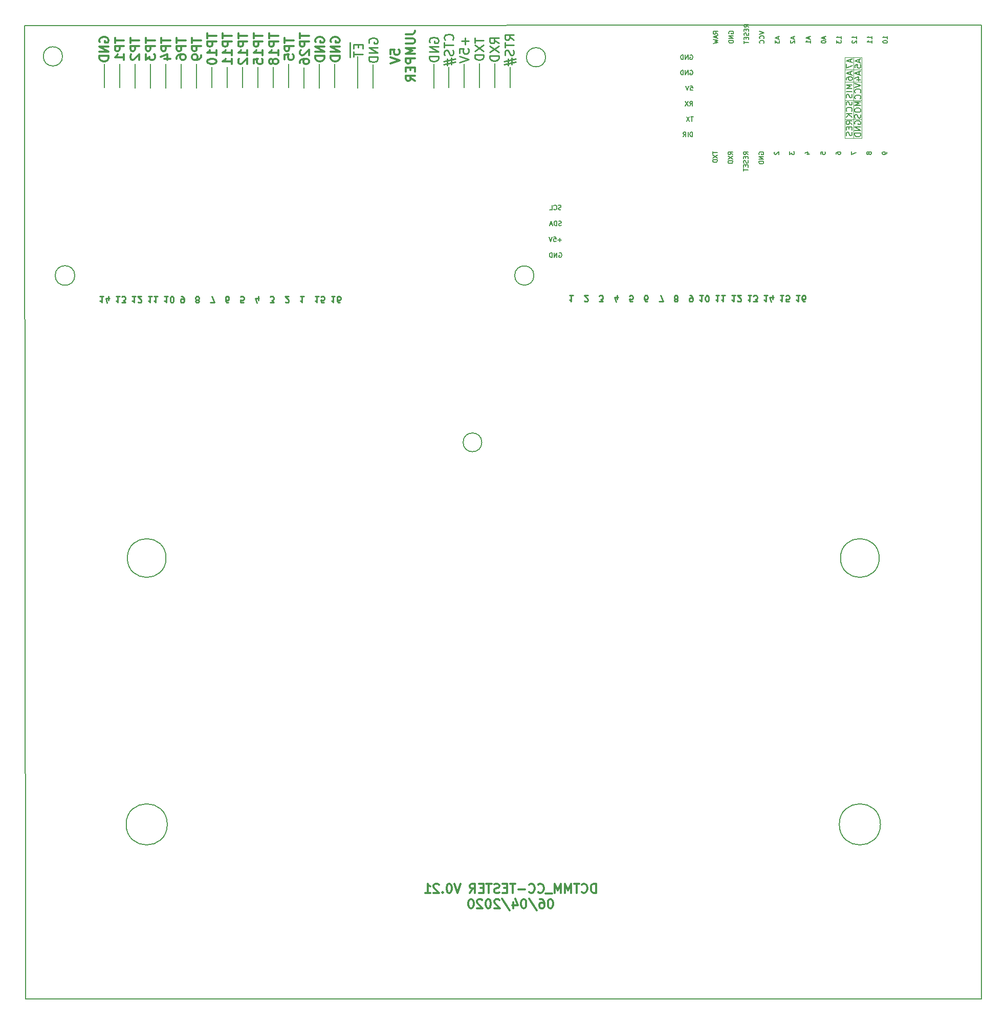
<source format=gbo>
G04 #@! TF.GenerationSoftware,KiCad,Pcbnew,(5.1.5)-3*
G04 #@! TF.CreationDate,2020-04-06T11:34:40+02:00*
G04 #@! TF.ProjectId,carecasetester,63617265-6361-4736-9574-65737465722e,rev?*
G04 #@! TF.SameCoordinates,Original*
G04 #@! TF.FileFunction,Legend,Bot*
G04 #@! TF.FilePolarity,Positive*
%FSLAX46Y46*%
G04 Gerber Fmt 4.6, Leading zero omitted, Abs format (unit mm)*
G04 Created by KiCad (PCBNEW (5.1.5)-3) date 2020-04-06 11:34:40*
%MOMM*%
%LPD*%
G04 APERTURE LIST*
%ADD10C,0.300000*%
%ADD11C,0.150000*%
%ADD12C,0.250000*%
%ADD13C,0.187500*%
%ADD14C,0.200000*%
%ADD15C,0.120000*%
G04 APERTURE END LIST*
D10*
X137533571Y-14084285D02*
X137533571Y-13370000D01*
X138247857Y-13298571D01*
X138176428Y-13370000D01*
X138105000Y-13512857D01*
X138105000Y-13870000D01*
X138176428Y-14012857D01*
X138247857Y-14084285D01*
X138390714Y-14155714D01*
X138747857Y-14155714D01*
X138890714Y-14084285D01*
X138962142Y-14012857D01*
X139033571Y-13870000D01*
X139033571Y-13512857D01*
X138962142Y-13370000D01*
X138890714Y-13298571D01*
X137533571Y-14584285D02*
X139033571Y-15084285D01*
X137533571Y-15584285D01*
X140083571Y-10762857D02*
X141155000Y-10762857D01*
X141369285Y-10691428D01*
X141512142Y-10548571D01*
X141583571Y-10334285D01*
X141583571Y-10191428D01*
X140083571Y-11477142D02*
X141297857Y-11477142D01*
X141440714Y-11548571D01*
X141512142Y-11620000D01*
X141583571Y-11762857D01*
X141583571Y-12048571D01*
X141512142Y-12191428D01*
X141440714Y-12262857D01*
X141297857Y-12334285D01*
X140083571Y-12334285D01*
X141583571Y-13048571D02*
X140083571Y-13048571D01*
X141155000Y-13548571D01*
X140083571Y-14048571D01*
X141583571Y-14048571D01*
X141583571Y-14762857D02*
X140083571Y-14762857D01*
X140083571Y-15334285D01*
X140155000Y-15477142D01*
X140226428Y-15548571D01*
X140369285Y-15620000D01*
X140583571Y-15620000D01*
X140726428Y-15548571D01*
X140797857Y-15477142D01*
X140869285Y-15334285D01*
X140869285Y-14762857D01*
X140797857Y-16262857D02*
X140797857Y-16762857D01*
X141583571Y-16977142D02*
X141583571Y-16262857D01*
X140083571Y-16262857D01*
X140083571Y-16977142D01*
X141583571Y-18477142D02*
X140869285Y-17977142D01*
X141583571Y-17620000D02*
X140083571Y-17620000D01*
X140083571Y-18191428D01*
X140155000Y-18334285D01*
X140226428Y-18405714D01*
X140369285Y-18477142D01*
X140583571Y-18477142D01*
X140726428Y-18405714D01*
X140797857Y-18334285D01*
X140869285Y-18191428D01*
X140869285Y-17620000D01*
D11*
X187131071Y-14250000D02*
X187202500Y-14214285D01*
X187309642Y-14214285D01*
X187416785Y-14250000D01*
X187488214Y-14321428D01*
X187523928Y-14392857D01*
X187559642Y-14535714D01*
X187559642Y-14642857D01*
X187523928Y-14785714D01*
X187488214Y-14857142D01*
X187416785Y-14928571D01*
X187309642Y-14964285D01*
X187238214Y-14964285D01*
X187131071Y-14928571D01*
X187095357Y-14892857D01*
X187095357Y-14642857D01*
X187238214Y-14642857D01*
X186773928Y-14964285D02*
X186773928Y-14214285D01*
X186345357Y-14964285D01*
X186345357Y-14214285D01*
X185988214Y-14964285D02*
X185988214Y-14214285D01*
X185809642Y-14214285D01*
X185702500Y-14250000D01*
X185631071Y-14321428D01*
X185595357Y-14392857D01*
X185559642Y-14535714D01*
X185559642Y-14642857D01*
X185595357Y-14785714D01*
X185631071Y-14857142D01*
X185702500Y-14928571D01*
X185809642Y-14964285D01*
X185988214Y-14964285D01*
X187131071Y-16800000D02*
X187202500Y-16764285D01*
X187309642Y-16764285D01*
X187416785Y-16800000D01*
X187488214Y-16871428D01*
X187523928Y-16942857D01*
X187559642Y-17085714D01*
X187559642Y-17192857D01*
X187523928Y-17335714D01*
X187488214Y-17407142D01*
X187416785Y-17478571D01*
X187309642Y-17514285D01*
X187238214Y-17514285D01*
X187131071Y-17478571D01*
X187095357Y-17442857D01*
X187095357Y-17192857D01*
X187238214Y-17192857D01*
X186773928Y-17514285D02*
X186773928Y-16764285D01*
X186345357Y-17514285D01*
X186345357Y-16764285D01*
X185988214Y-17514285D02*
X185988214Y-16764285D01*
X185809642Y-16764285D01*
X185702500Y-16800000D01*
X185631071Y-16871428D01*
X185595357Y-16942857D01*
X185559642Y-17085714D01*
X185559642Y-17192857D01*
X185595357Y-17335714D01*
X185631071Y-17407142D01*
X185702500Y-17478571D01*
X185809642Y-17514285D01*
X185988214Y-17514285D01*
X187166785Y-19314285D02*
X187523928Y-19314285D01*
X187559642Y-19671428D01*
X187523928Y-19635714D01*
X187452500Y-19600000D01*
X187273928Y-19600000D01*
X187202500Y-19635714D01*
X187166785Y-19671428D01*
X187131071Y-19742857D01*
X187131071Y-19921428D01*
X187166785Y-19992857D01*
X187202500Y-20028571D01*
X187273928Y-20064285D01*
X187452500Y-20064285D01*
X187523928Y-20028571D01*
X187559642Y-19992857D01*
X186916785Y-19314285D02*
X186666785Y-20064285D01*
X186416785Y-19314285D01*
X187095357Y-22614285D02*
X187345357Y-22257142D01*
X187523928Y-22614285D02*
X187523928Y-21864285D01*
X187238214Y-21864285D01*
X187166785Y-21900000D01*
X187131071Y-21935714D01*
X187095357Y-22007142D01*
X187095357Y-22114285D01*
X187131071Y-22185714D01*
X187166785Y-22221428D01*
X187238214Y-22257142D01*
X187523928Y-22257142D01*
X186845357Y-21864285D02*
X186345357Y-22614285D01*
X186345357Y-21864285D02*
X186845357Y-22614285D01*
X187631071Y-24414285D02*
X187202500Y-24414285D01*
X187416785Y-25164285D02*
X187416785Y-24414285D01*
X187023928Y-24414285D02*
X186523928Y-25164285D01*
X186523928Y-24414285D02*
X187023928Y-25164285D01*
X187523928Y-27714285D02*
X187523928Y-26964285D01*
X187345357Y-26964285D01*
X187238214Y-27000000D01*
X187166785Y-27071428D01*
X187131071Y-27142857D01*
X187095357Y-27285714D01*
X187095357Y-27392857D01*
X187131071Y-27535714D01*
X187166785Y-27607142D01*
X187238214Y-27678571D01*
X187345357Y-27714285D01*
X187523928Y-27714285D01*
X186773928Y-27714285D02*
X186773928Y-26964285D01*
X185988214Y-27714285D02*
X186238214Y-27357142D01*
X186416785Y-27714285D02*
X186416785Y-26964285D01*
X186131071Y-26964285D01*
X186059642Y-27000000D01*
X186023928Y-27035714D01*
X185988214Y-27107142D01*
X185988214Y-27214285D01*
X186023928Y-27285714D01*
X186059642Y-27321428D01*
X186131071Y-27357142D01*
X186416785Y-27357142D01*
X190864285Y-30168928D02*
X190864285Y-30597500D01*
X191614285Y-30383214D02*
X190864285Y-30383214D01*
X190864285Y-30776071D02*
X191614285Y-31276071D01*
X190864285Y-31276071D02*
X191614285Y-30776071D01*
X191614285Y-31561785D02*
X190864285Y-31561785D01*
X190864285Y-31740357D01*
X190900000Y-31847500D01*
X190971428Y-31918928D01*
X191042857Y-31954642D01*
X191185714Y-31990357D01*
X191292857Y-31990357D01*
X191435714Y-31954642D01*
X191507142Y-31918928D01*
X191578571Y-31847500D01*
X191614285Y-31740357D01*
X191614285Y-31561785D01*
X194164285Y-30704642D02*
X193807142Y-30454642D01*
X194164285Y-30276071D02*
X193414285Y-30276071D01*
X193414285Y-30561785D01*
X193450000Y-30633214D01*
X193485714Y-30668928D01*
X193557142Y-30704642D01*
X193664285Y-30704642D01*
X193735714Y-30668928D01*
X193771428Y-30633214D01*
X193807142Y-30561785D01*
X193807142Y-30276071D01*
X193414285Y-30954642D02*
X194164285Y-31454642D01*
X193414285Y-31454642D02*
X194164285Y-30954642D01*
X194164285Y-31740357D02*
X193414285Y-31740357D01*
X193414285Y-31918928D01*
X193450000Y-32026071D01*
X193521428Y-32097500D01*
X193592857Y-32133214D01*
X193735714Y-32168928D01*
X193842857Y-32168928D01*
X193985714Y-32133214D01*
X194057142Y-32097500D01*
X194128571Y-32026071D01*
X194164285Y-31918928D01*
X194164285Y-31740357D01*
X196714285Y-30704642D02*
X196357142Y-30454642D01*
X196714285Y-30276071D02*
X195964285Y-30276071D01*
X195964285Y-30561785D01*
X196000000Y-30633214D01*
X196035714Y-30668928D01*
X196107142Y-30704642D01*
X196214285Y-30704642D01*
X196285714Y-30668928D01*
X196321428Y-30633214D01*
X196357142Y-30561785D01*
X196357142Y-30276071D01*
X196321428Y-31026071D02*
X196321428Y-31276071D01*
X196714285Y-31383214D02*
X196714285Y-31026071D01*
X195964285Y-31026071D01*
X195964285Y-31383214D01*
X196678571Y-31668928D02*
X196714285Y-31776071D01*
X196714285Y-31954642D01*
X196678571Y-32026071D01*
X196642857Y-32061785D01*
X196571428Y-32097500D01*
X196500000Y-32097500D01*
X196428571Y-32061785D01*
X196392857Y-32026071D01*
X196357142Y-31954642D01*
X196321428Y-31811785D01*
X196285714Y-31740357D01*
X196250000Y-31704642D01*
X196178571Y-31668928D01*
X196107142Y-31668928D01*
X196035714Y-31704642D01*
X196000000Y-31740357D01*
X195964285Y-31811785D01*
X195964285Y-31990357D01*
X196000000Y-32097500D01*
X196321428Y-32418928D02*
X196321428Y-32668928D01*
X196714285Y-32776071D02*
X196714285Y-32418928D01*
X195964285Y-32418928D01*
X195964285Y-32776071D01*
X195964285Y-32990357D02*
X195964285Y-33418928D01*
X196714285Y-33204642D02*
X195964285Y-33204642D01*
X198550000Y-30668928D02*
X198514285Y-30597500D01*
X198514285Y-30490357D01*
X198550000Y-30383214D01*
X198621428Y-30311785D01*
X198692857Y-30276071D01*
X198835714Y-30240357D01*
X198942857Y-30240357D01*
X199085714Y-30276071D01*
X199157142Y-30311785D01*
X199228571Y-30383214D01*
X199264285Y-30490357D01*
X199264285Y-30561785D01*
X199228571Y-30668928D01*
X199192857Y-30704642D01*
X198942857Y-30704642D01*
X198942857Y-30561785D01*
X199264285Y-31026071D02*
X198514285Y-31026071D01*
X199264285Y-31454642D01*
X198514285Y-31454642D01*
X199264285Y-31811785D02*
X198514285Y-31811785D01*
X198514285Y-31990357D01*
X198550000Y-32097500D01*
X198621428Y-32168928D01*
X198692857Y-32204642D01*
X198835714Y-32240357D01*
X198942857Y-32240357D01*
X199085714Y-32204642D01*
X199157142Y-32168928D01*
X199228571Y-32097500D01*
X199264285Y-31990357D01*
X199264285Y-31811785D01*
X201135714Y-30240357D02*
X201100000Y-30276071D01*
X201064285Y-30347500D01*
X201064285Y-30526071D01*
X201100000Y-30597500D01*
X201135714Y-30633214D01*
X201207142Y-30668928D01*
X201278571Y-30668928D01*
X201385714Y-30633214D01*
X201814285Y-30204642D01*
X201814285Y-30668928D01*
X203614285Y-30204642D02*
X203614285Y-30668928D01*
X203900000Y-30418928D01*
X203900000Y-30526071D01*
X203935714Y-30597500D01*
X203971428Y-30633214D01*
X204042857Y-30668928D01*
X204221428Y-30668928D01*
X204292857Y-30633214D01*
X204328571Y-30597500D01*
X204364285Y-30526071D01*
X204364285Y-30311785D01*
X204328571Y-30240357D01*
X204292857Y-30204642D01*
X206414285Y-30597500D02*
X206914285Y-30597500D01*
X206128571Y-30418928D02*
X206664285Y-30240357D01*
X206664285Y-30704642D01*
X208714285Y-30633214D02*
X208714285Y-30276071D01*
X209071428Y-30240357D01*
X209035714Y-30276071D01*
X209000000Y-30347500D01*
X209000000Y-30526071D01*
X209035714Y-30597500D01*
X209071428Y-30633214D01*
X209142857Y-30668928D01*
X209321428Y-30668928D01*
X209392857Y-30633214D01*
X209428571Y-30597500D01*
X209464285Y-30526071D01*
X209464285Y-30347500D01*
X209428571Y-30276071D01*
X209392857Y-30240357D01*
X211264285Y-30597500D02*
X211264285Y-30454642D01*
X211300000Y-30383214D01*
X211335714Y-30347500D01*
X211442857Y-30276071D01*
X211585714Y-30240357D01*
X211871428Y-30240357D01*
X211942857Y-30276071D01*
X211978571Y-30311785D01*
X212014285Y-30383214D01*
X212014285Y-30526071D01*
X211978571Y-30597500D01*
X211942857Y-30633214D01*
X211871428Y-30668928D01*
X211692857Y-30668928D01*
X211621428Y-30633214D01*
X211585714Y-30597500D01*
X211550000Y-30526071D01*
X211550000Y-30383214D01*
X211585714Y-30311785D01*
X211621428Y-30276071D01*
X211692857Y-30240357D01*
X213814285Y-30204642D02*
X213814285Y-30704642D01*
X214564285Y-30383214D01*
X216685714Y-30383214D02*
X216650000Y-30311785D01*
X216614285Y-30276071D01*
X216542857Y-30240357D01*
X216507142Y-30240357D01*
X216435714Y-30276071D01*
X216400000Y-30311785D01*
X216364285Y-30383214D01*
X216364285Y-30526071D01*
X216400000Y-30597500D01*
X216435714Y-30633214D01*
X216507142Y-30668928D01*
X216542857Y-30668928D01*
X216614285Y-30633214D01*
X216650000Y-30597500D01*
X216685714Y-30526071D01*
X216685714Y-30383214D01*
X216721428Y-30311785D01*
X216757142Y-30276071D01*
X216828571Y-30240357D01*
X216971428Y-30240357D01*
X217042857Y-30276071D01*
X217078571Y-30311785D01*
X217114285Y-30383214D01*
X217114285Y-30526071D01*
X217078571Y-30597500D01*
X217042857Y-30633214D01*
X216971428Y-30668928D01*
X216828571Y-30668928D01*
X216757142Y-30633214D01*
X216721428Y-30597500D01*
X216685714Y-30526071D01*
X219664285Y-30311785D02*
X219664285Y-30454642D01*
X219628571Y-30526071D01*
X219592857Y-30561785D01*
X219485714Y-30633214D01*
X219342857Y-30668928D01*
X219057142Y-30668928D01*
X218985714Y-30633214D01*
X218950000Y-30597500D01*
X218914285Y-30526071D01*
X218914285Y-30383214D01*
X218950000Y-30311785D01*
X218985714Y-30276071D01*
X219057142Y-30240357D01*
X219235714Y-30240357D01*
X219307142Y-30276071D01*
X219342857Y-30311785D01*
X219378571Y-30383214D01*
X219378571Y-30526071D01*
X219342857Y-30597500D01*
X219307142Y-30633214D01*
X219235714Y-30668928D01*
X191714285Y-10759642D02*
X191357142Y-10509642D01*
X191714285Y-10331071D02*
X190964285Y-10331071D01*
X190964285Y-10616785D01*
X191000000Y-10688214D01*
X191035714Y-10723928D01*
X191107142Y-10759642D01*
X191214285Y-10759642D01*
X191285714Y-10723928D01*
X191321428Y-10688214D01*
X191357142Y-10616785D01*
X191357142Y-10331071D01*
X191500000Y-11045357D02*
X191500000Y-11402500D01*
X191714285Y-10973928D02*
X190964285Y-11223928D01*
X191714285Y-11473928D01*
X190964285Y-11652500D02*
X191714285Y-11831071D01*
X191178571Y-11973928D01*
X191714285Y-12116785D01*
X190964285Y-12295357D01*
X193550000Y-10688214D02*
X193514285Y-10616785D01*
X193514285Y-10509642D01*
X193550000Y-10402500D01*
X193621428Y-10331071D01*
X193692857Y-10295357D01*
X193835714Y-10259642D01*
X193942857Y-10259642D01*
X194085714Y-10295357D01*
X194157142Y-10331071D01*
X194228571Y-10402500D01*
X194264285Y-10509642D01*
X194264285Y-10581071D01*
X194228571Y-10688214D01*
X194192857Y-10723928D01*
X193942857Y-10723928D01*
X193942857Y-10581071D01*
X194264285Y-11045357D02*
X193514285Y-11045357D01*
X194264285Y-11473928D01*
X193514285Y-11473928D01*
X194264285Y-11831071D02*
X193514285Y-11831071D01*
X193514285Y-12009642D01*
X193550000Y-12116785D01*
X193621428Y-12188214D01*
X193692857Y-12223928D01*
X193835714Y-12259642D01*
X193942857Y-12259642D01*
X194085714Y-12223928D01*
X194157142Y-12188214D01*
X194228571Y-12116785D01*
X194264285Y-12009642D01*
X194264285Y-11831071D01*
X196814285Y-9616785D02*
X196457142Y-9366785D01*
X196814285Y-9188214D02*
X196064285Y-9188214D01*
X196064285Y-9473928D01*
X196100000Y-9545357D01*
X196135714Y-9581071D01*
X196207142Y-9616785D01*
X196314285Y-9616785D01*
X196385714Y-9581071D01*
X196421428Y-9545357D01*
X196457142Y-9473928D01*
X196457142Y-9188214D01*
X196421428Y-9938214D02*
X196421428Y-10188214D01*
X196814285Y-10295357D02*
X196814285Y-9938214D01*
X196064285Y-9938214D01*
X196064285Y-10295357D01*
X196778571Y-10581071D02*
X196814285Y-10688214D01*
X196814285Y-10866785D01*
X196778571Y-10938214D01*
X196742857Y-10973928D01*
X196671428Y-11009642D01*
X196600000Y-11009642D01*
X196528571Y-10973928D01*
X196492857Y-10938214D01*
X196457142Y-10866785D01*
X196421428Y-10723928D01*
X196385714Y-10652500D01*
X196350000Y-10616785D01*
X196278571Y-10581071D01*
X196207142Y-10581071D01*
X196135714Y-10616785D01*
X196100000Y-10652500D01*
X196064285Y-10723928D01*
X196064285Y-10902500D01*
X196100000Y-11009642D01*
X196421428Y-11331071D02*
X196421428Y-11581071D01*
X196814285Y-11688214D02*
X196814285Y-11331071D01*
X196064285Y-11331071D01*
X196064285Y-11688214D01*
X196064285Y-11902500D02*
X196064285Y-12331071D01*
X196814285Y-12116785D02*
X196064285Y-12116785D01*
X198614285Y-10331071D02*
X199364285Y-10581071D01*
X198614285Y-10831071D01*
X199292857Y-11509642D02*
X199328571Y-11473928D01*
X199364285Y-11366785D01*
X199364285Y-11295357D01*
X199328571Y-11188214D01*
X199257142Y-11116785D01*
X199185714Y-11081071D01*
X199042857Y-11045357D01*
X198935714Y-11045357D01*
X198792857Y-11081071D01*
X198721428Y-11116785D01*
X198650000Y-11188214D01*
X198614285Y-11295357D01*
X198614285Y-11366785D01*
X198650000Y-11473928D01*
X198685714Y-11509642D01*
X199292857Y-12259642D02*
X199328571Y-12223928D01*
X199364285Y-12116785D01*
X199364285Y-12045357D01*
X199328571Y-11938214D01*
X199257142Y-11866785D01*
X199185714Y-11831071D01*
X199042857Y-11795357D01*
X198935714Y-11795357D01*
X198792857Y-11831071D01*
X198721428Y-11866785D01*
X198650000Y-11938214D01*
X198614285Y-12045357D01*
X198614285Y-12116785D01*
X198650000Y-12223928D01*
X198685714Y-12259642D01*
X201700000Y-11188214D02*
X201700000Y-11545357D01*
X201914285Y-11116785D02*
X201164285Y-11366785D01*
X201914285Y-11616785D01*
X201164285Y-11795357D02*
X201164285Y-12259642D01*
X201450000Y-12009642D01*
X201450000Y-12116785D01*
X201485714Y-12188214D01*
X201521428Y-12223928D01*
X201592857Y-12259642D01*
X201771428Y-12259642D01*
X201842857Y-12223928D01*
X201878571Y-12188214D01*
X201914285Y-12116785D01*
X201914285Y-11902500D01*
X201878571Y-11831071D01*
X201842857Y-11795357D01*
X204250000Y-11188214D02*
X204250000Y-11545357D01*
X204464285Y-11116785D02*
X203714285Y-11366785D01*
X204464285Y-11616785D01*
X203785714Y-11831071D02*
X203750000Y-11866785D01*
X203714285Y-11938214D01*
X203714285Y-12116785D01*
X203750000Y-12188214D01*
X203785714Y-12223928D01*
X203857142Y-12259642D01*
X203928571Y-12259642D01*
X204035714Y-12223928D01*
X204464285Y-11795357D01*
X204464285Y-12259642D01*
X206800000Y-11188214D02*
X206800000Y-11545357D01*
X207014285Y-11116785D02*
X206264285Y-11366785D01*
X207014285Y-11616785D01*
X207014285Y-12259642D02*
X207014285Y-11831071D01*
X207014285Y-12045357D02*
X206264285Y-12045357D01*
X206371428Y-11973928D01*
X206442857Y-11902500D01*
X206478571Y-11831071D01*
X209350000Y-11188214D02*
X209350000Y-11545357D01*
X209564285Y-11116785D02*
X208814285Y-11366785D01*
X209564285Y-11616785D01*
X208814285Y-12009642D02*
X208814285Y-12081071D01*
X208850000Y-12152500D01*
X208885714Y-12188214D01*
X208957142Y-12223928D01*
X209100000Y-12259642D01*
X209278571Y-12259642D01*
X209421428Y-12223928D01*
X209492857Y-12188214D01*
X209528571Y-12152500D01*
X209564285Y-12081071D01*
X209564285Y-12009642D01*
X209528571Y-11938214D01*
X209492857Y-11902500D01*
X209421428Y-11866785D01*
X209278571Y-11831071D01*
X209100000Y-11831071D01*
X208957142Y-11866785D01*
X208885714Y-11902500D01*
X208850000Y-11938214D01*
X208814285Y-12009642D01*
X212114285Y-11545357D02*
X212114285Y-11116785D01*
X212114285Y-11331071D02*
X211364285Y-11331071D01*
X211471428Y-11259642D01*
X211542857Y-11188214D01*
X211578571Y-11116785D01*
X211364285Y-11795357D02*
X211364285Y-12259642D01*
X211650000Y-12009642D01*
X211650000Y-12116785D01*
X211685714Y-12188214D01*
X211721428Y-12223928D01*
X211792857Y-12259642D01*
X211971428Y-12259642D01*
X212042857Y-12223928D01*
X212078571Y-12188214D01*
X212114285Y-12116785D01*
X212114285Y-11902500D01*
X212078571Y-11831071D01*
X212042857Y-11795357D01*
X214664285Y-11545357D02*
X214664285Y-11116785D01*
X214664285Y-11331071D02*
X213914285Y-11331071D01*
X214021428Y-11259642D01*
X214092857Y-11188214D01*
X214128571Y-11116785D01*
X213985714Y-11831071D02*
X213950000Y-11866785D01*
X213914285Y-11938214D01*
X213914285Y-12116785D01*
X213950000Y-12188214D01*
X213985714Y-12223928D01*
X214057142Y-12259642D01*
X214128571Y-12259642D01*
X214235714Y-12223928D01*
X214664285Y-11795357D01*
X214664285Y-12259642D01*
X217214285Y-11545357D02*
X217214285Y-11116785D01*
X217214285Y-11331071D02*
X216464285Y-11331071D01*
X216571428Y-11259642D01*
X216642857Y-11188214D01*
X216678571Y-11116785D01*
X217214285Y-12259642D02*
X217214285Y-11831071D01*
X217214285Y-12045357D02*
X216464285Y-12045357D01*
X216571428Y-11973928D01*
X216642857Y-11902500D01*
X216678571Y-11831071D01*
X219764285Y-11545357D02*
X219764285Y-11116785D01*
X219764285Y-11331071D02*
X219014285Y-11331071D01*
X219121428Y-11259642D01*
X219192857Y-11188214D01*
X219228571Y-11116785D01*
X219014285Y-12009642D02*
X219014285Y-12081071D01*
X219050000Y-12152500D01*
X219085714Y-12188214D01*
X219157142Y-12223928D01*
X219300000Y-12259642D01*
X219478571Y-12259642D01*
X219621428Y-12223928D01*
X219692857Y-12188214D01*
X219728571Y-12152500D01*
X219764285Y-12081071D01*
X219764285Y-12009642D01*
X219728571Y-11938214D01*
X219692857Y-11902500D01*
X219621428Y-11866785D01*
X219478571Y-11831071D01*
X219300000Y-11831071D01*
X219157142Y-11866785D01*
X219085714Y-11902500D01*
X219050000Y-11938214D01*
X219014285Y-12009642D01*
D12*
X90046666Y-54177619D02*
X89475238Y-54177619D01*
X89760952Y-54177619D02*
X89760952Y-55177619D01*
X89665714Y-55034761D01*
X89570476Y-54939523D01*
X89475238Y-54891904D01*
X90903809Y-54844285D02*
X90903809Y-54177619D01*
X90665714Y-55225238D02*
X90427619Y-54510952D01*
X91046666Y-54510952D01*
X92713333Y-54177619D02*
X92141904Y-54177619D01*
X92427619Y-54177619D02*
X92427619Y-55177619D01*
X92332380Y-55034761D01*
X92237142Y-54939523D01*
X92141904Y-54891904D01*
X93046666Y-55177619D02*
X93665714Y-55177619D01*
X93332380Y-54796666D01*
X93475238Y-54796666D01*
X93570476Y-54749047D01*
X93618095Y-54701428D01*
X93665714Y-54606190D01*
X93665714Y-54368095D01*
X93618095Y-54272857D01*
X93570476Y-54225238D01*
X93475238Y-54177619D01*
X93189523Y-54177619D01*
X93094285Y-54225238D01*
X93046666Y-54272857D01*
X95380000Y-54177619D02*
X94808571Y-54177619D01*
X95094285Y-54177619D02*
X95094285Y-55177619D01*
X94999047Y-55034761D01*
X94903809Y-54939523D01*
X94808571Y-54891904D01*
X95760952Y-55082380D02*
X95808571Y-55130000D01*
X95903809Y-55177619D01*
X96141904Y-55177619D01*
X96237142Y-55130000D01*
X96284761Y-55082380D01*
X96332380Y-54987142D01*
X96332380Y-54891904D01*
X96284761Y-54749047D01*
X95713333Y-54177619D01*
X96332380Y-54177619D01*
X98046666Y-54177619D02*
X97475238Y-54177619D01*
X97760952Y-54177619D02*
X97760952Y-55177619D01*
X97665714Y-55034761D01*
X97570476Y-54939523D01*
X97475238Y-54891904D01*
X98999047Y-54177619D02*
X98427619Y-54177619D01*
X98713333Y-54177619D02*
X98713333Y-55177619D01*
X98618095Y-55034761D01*
X98522857Y-54939523D01*
X98427619Y-54891904D01*
X100713333Y-54177619D02*
X100141904Y-54177619D01*
X100427619Y-54177619D02*
X100427619Y-55177619D01*
X100332380Y-55034761D01*
X100237142Y-54939523D01*
X100141904Y-54891904D01*
X101332380Y-55177619D02*
X101427619Y-55177619D01*
X101522857Y-55130000D01*
X101570476Y-55082380D01*
X101618095Y-54987142D01*
X101665714Y-54796666D01*
X101665714Y-54558571D01*
X101618095Y-54368095D01*
X101570476Y-54272857D01*
X101522857Y-54225238D01*
X101427619Y-54177619D01*
X101332380Y-54177619D01*
X101237142Y-54225238D01*
X101189523Y-54272857D01*
X101141904Y-54368095D01*
X101094285Y-54558571D01*
X101094285Y-54796666D01*
X101141904Y-54987142D01*
X101189523Y-55082380D01*
X101237142Y-55130000D01*
X101332380Y-55177619D01*
X102903809Y-54177619D02*
X103094285Y-54177619D01*
X103189523Y-54225238D01*
X103237142Y-54272857D01*
X103332380Y-54415714D01*
X103380000Y-54606190D01*
X103380000Y-54987142D01*
X103332380Y-55082380D01*
X103284761Y-55130000D01*
X103189523Y-55177619D01*
X102999047Y-55177619D01*
X102903809Y-55130000D01*
X102856190Y-55082380D01*
X102808571Y-54987142D01*
X102808571Y-54749047D01*
X102856190Y-54653809D01*
X102903809Y-54606190D01*
X102999047Y-54558571D01*
X103189523Y-54558571D01*
X103284761Y-54606190D01*
X103332380Y-54653809D01*
X103380000Y-54749047D01*
X105475238Y-54749047D02*
X105380000Y-54796666D01*
X105332380Y-54844285D01*
X105284761Y-54939523D01*
X105284761Y-54987142D01*
X105332380Y-55082380D01*
X105380000Y-55130000D01*
X105475238Y-55177619D01*
X105665714Y-55177619D01*
X105760952Y-55130000D01*
X105808571Y-55082380D01*
X105856190Y-54987142D01*
X105856190Y-54939523D01*
X105808571Y-54844285D01*
X105760952Y-54796666D01*
X105665714Y-54749047D01*
X105475238Y-54749047D01*
X105380000Y-54701428D01*
X105332380Y-54653809D01*
X105284761Y-54558571D01*
X105284761Y-54368095D01*
X105332380Y-54272857D01*
X105380000Y-54225238D01*
X105475238Y-54177619D01*
X105665714Y-54177619D01*
X105760952Y-54225238D01*
X105808571Y-54272857D01*
X105856190Y-54368095D01*
X105856190Y-54558571D01*
X105808571Y-54653809D01*
X105760952Y-54701428D01*
X105665714Y-54749047D01*
X107713333Y-55177619D02*
X108380000Y-55177619D01*
X107951428Y-54177619D01*
X110713333Y-55177619D02*
X110522857Y-55177619D01*
X110427619Y-55130000D01*
X110380000Y-55082380D01*
X110284761Y-54939523D01*
X110237142Y-54749047D01*
X110237142Y-54368095D01*
X110284761Y-54272857D01*
X110332380Y-54225238D01*
X110427619Y-54177619D01*
X110618095Y-54177619D01*
X110713333Y-54225238D01*
X110760952Y-54272857D01*
X110808571Y-54368095D01*
X110808571Y-54606190D01*
X110760952Y-54701428D01*
X110713333Y-54749047D01*
X110618095Y-54796666D01*
X110427619Y-54796666D01*
X110332380Y-54749047D01*
X110284761Y-54701428D01*
X110237142Y-54606190D01*
X113237142Y-55177619D02*
X112760952Y-55177619D01*
X112713333Y-54701428D01*
X112760952Y-54749047D01*
X112856190Y-54796666D01*
X113094285Y-54796666D01*
X113189523Y-54749047D01*
X113237142Y-54701428D01*
X113284761Y-54606190D01*
X113284761Y-54368095D01*
X113237142Y-54272857D01*
X113189523Y-54225238D01*
X113094285Y-54177619D01*
X112856190Y-54177619D01*
X112760952Y-54225238D01*
X112713333Y-54272857D01*
X115665714Y-54844285D02*
X115665714Y-54177619D01*
X115427619Y-55225238D02*
X115189523Y-54510952D01*
X115808571Y-54510952D01*
X117618095Y-55177619D02*
X118237142Y-55177619D01*
X117903809Y-54796666D01*
X118046666Y-54796666D01*
X118141904Y-54749047D01*
X118189523Y-54701428D01*
X118237142Y-54606190D01*
X118237142Y-54368095D01*
X118189523Y-54272857D01*
X118141904Y-54225238D01*
X118046666Y-54177619D01*
X117760952Y-54177619D01*
X117665714Y-54225238D01*
X117618095Y-54272857D01*
X120141904Y-55082380D02*
X120189523Y-55130000D01*
X120284761Y-55177619D01*
X120522857Y-55177619D01*
X120618095Y-55130000D01*
X120665714Y-55082380D01*
X120713333Y-54987142D01*
X120713333Y-54891904D01*
X120665714Y-54749047D01*
X120094285Y-54177619D01*
X120713333Y-54177619D01*
X123189523Y-54177619D02*
X122618095Y-54177619D01*
X122903809Y-54177619D02*
X122903809Y-55177619D01*
X122808571Y-55034761D01*
X122713333Y-54939523D01*
X122618095Y-54891904D01*
X125665714Y-54177619D02*
X125094285Y-54177619D01*
X125380000Y-54177619D02*
X125380000Y-55177619D01*
X125284761Y-55034761D01*
X125189523Y-54939523D01*
X125094285Y-54891904D01*
X126570476Y-55177619D02*
X126094285Y-55177619D01*
X126046666Y-54701428D01*
X126094285Y-54749047D01*
X126189523Y-54796666D01*
X126427619Y-54796666D01*
X126522857Y-54749047D01*
X126570476Y-54701428D01*
X126618095Y-54606190D01*
X126618095Y-54368095D01*
X126570476Y-54272857D01*
X126522857Y-54225238D01*
X126427619Y-54177619D01*
X126189523Y-54177619D01*
X126094285Y-54225238D01*
X126046666Y-54272857D01*
X128332380Y-54177619D02*
X127760952Y-54177619D01*
X128046666Y-54177619D02*
X128046666Y-55177619D01*
X127951428Y-55034761D01*
X127856190Y-54939523D01*
X127760952Y-54891904D01*
X129189523Y-55177619D02*
X128999047Y-55177619D01*
X128903809Y-55130000D01*
X128856190Y-55082380D01*
X128760952Y-54939523D01*
X128713333Y-54749047D01*
X128713333Y-54368095D01*
X128760952Y-54272857D01*
X128808571Y-54225238D01*
X128903809Y-54177619D01*
X129094285Y-54177619D01*
X129189523Y-54225238D01*
X129237142Y-54272857D01*
X129284761Y-54368095D01*
X129284761Y-54606190D01*
X129237142Y-54701428D01*
X129189523Y-54749047D01*
X129094285Y-54796666D01*
X128903809Y-54796666D01*
X128808571Y-54749047D01*
X128760952Y-54701428D01*
X128713333Y-54606190D01*
X167737619Y-54017619D02*
X167166190Y-54017619D01*
X167451904Y-54017619D02*
X167451904Y-55017619D01*
X167356666Y-54874761D01*
X167261428Y-54779523D01*
X167166190Y-54731904D01*
X169642380Y-54922380D02*
X169690000Y-54970000D01*
X169785238Y-55017619D01*
X170023333Y-55017619D01*
X170118571Y-54970000D01*
X170166190Y-54922380D01*
X170213809Y-54827142D01*
X170213809Y-54731904D01*
X170166190Y-54589047D01*
X169594761Y-54017619D01*
X170213809Y-54017619D01*
X172070952Y-55017619D02*
X172690000Y-55017619D01*
X172356666Y-54636666D01*
X172499523Y-54636666D01*
X172594761Y-54589047D01*
X172642380Y-54541428D01*
X172690000Y-54446190D01*
X172690000Y-54208095D01*
X172642380Y-54112857D01*
X172594761Y-54065238D01*
X172499523Y-54017619D01*
X172213809Y-54017619D01*
X172118571Y-54065238D01*
X172070952Y-54112857D01*
X175070952Y-54684285D02*
X175070952Y-54017619D01*
X174832857Y-55065238D02*
X174594761Y-54350952D01*
X175213809Y-54350952D01*
X177594761Y-55017619D02*
X177118571Y-55017619D01*
X177070952Y-54541428D01*
X177118571Y-54589047D01*
X177213809Y-54636666D01*
X177451904Y-54636666D01*
X177547142Y-54589047D01*
X177594761Y-54541428D01*
X177642380Y-54446190D01*
X177642380Y-54208095D01*
X177594761Y-54112857D01*
X177547142Y-54065238D01*
X177451904Y-54017619D01*
X177213809Y-54017619D01*
X177118571Y-54065238D01*
X177070952Y-54112857D01*
X180023333Y-55017619D02*
X179832857Y-55017619D01*
X179737619Y-54970000D01*
X179690000Y-54922380D01*
X179594761Y-54779523D01*
X179547142Y-54589047D01*
X179547142Y-54208095D01*
X179594761Y-54112857D01*
X179642380Y-54065238D01*
X179737619Y-54017619D01*
X179928095Y-54017619D01*
X180023333Y-54065238D01*
X180070952Y-54112857D01*
X180118571Y-54208095D01*
X180118571Y-54446190D01*
X180070952Y-54541428D01*
X180023333Y-54589047D01*
X179928095Y-54636666D01*
X179737619Y-54636666D01*
X179642380Y-54589047D01*
X179594761Y-54541428D01*
X179547142Y-54446190D01*
X181975714Y-55017619D02*
X182642380Y-55017619D01*
X182213809Y-54017619D01*
X184690000Y-54589047D02*
X184594761Y-54636666D01*
X184547142Y-54684285D01*
X184499523Y-54779523D01*
X184499523Y-54827142D01*
X184547142Y-54922380D01*
X184594761Y-54970000D01*
X184690000Y-55017619D01*
X184880476Y-55017619D01*
X184975714Y-54970000D01*
X185023333Y-54922380D01*
X185070952Y-54827142D01*
X185070952Y-54779523D01*
X185023333Y-54684285D01*
X184975714Y-54636666D01*
X184880476Y-54589047D01*
X184690000Y-54589047D01*
X184594761Y-54541428D01*
X184547142Y-54493809D01*
X184499523Y-54398571D01*
X184499523Y-54208095D01*
X184547142Y-54112857D01*
X184594761Y-54065238D01*
X184690000Y-54017619D01*
X184880476Y-54017619D01*
X184975714Y-54065238D01*
X185023333Y-54112857D01*
X185070952Y-54208095D01*
X185070952Y-54398571D01*
X185023333Y-54493809D01*
X184975714Y-54541428D01*
X184880476Y-54589047D01*
X187070952Y-54017619D02*
X187261428Y-54017619D01*
X187356666Y-54065238D01*
X187404285Y-54112857D01*
X187499523Y-54255714D01*
X187547142Y-54446190D01*
X187547142Y-54827142D01*
X187499523Y-54922380D01*
X187451904Y-54970000D01*
X187356666Y-55017619D01*
X187166190Y-55017619D01*
X187070952Y-54970000D01*
X187023333Y-54922380D01*
X186975714Y-54827142D01*
X186975714Y-54589047D01*
X187023333Y-54493809D01*
X187070952Y-54446190D01*
X187166190Y-54398571D01*
X187356666Y-54398571D01*
X187451904Y-54446190D01*
X187499523Y-54493809D01*
X187547142Y-54589047D01*
X189261428Y-54017619D02*
X188690000Y-54017619D01*
X188975714Y-54017619D02*
X188975714Y-55017619D01*
X188880476Y-54874761D01*
X188785238Y-54779523D01*
X188690000Y-54731904D01*
X189880476Y-55017619D02*
X189975714Y-55017619D01*
X190070952Y-54970000D01*
X190118571Y-54922380D01*
X190166190Y-54827142D01*
X190213809Y-54636666D01*
X190213809Y-54398571D01*
X190166190Y-54208095D01*
X190118571Y-54112857D01*
X190070952Y-54065238D01*
X189975714Y-54017619D01*
X189880476Y-54017619D01*
X189785238Y-54065238D01*
X189737619Y-54112857D01*
X189690000Y-54208095D01*
X189642380Y-54398571D01*
X189642380Y-54636666D01*
X189690000Y-54827142D01*
X189737619Y-54922380D01*
X189785238Y-54970000D01*
X189880476Y-55017619D01*
X191928095Y-54017619D02*
X191356666Y-54017619D01*
X191642380Y-54017619D02*
X191642380Y-55017619D01*
X191547142Y-54874761D01*
X191451904Y-54779523D01*
X191356666Y-54731904D01*
X192880476Y-54017619D02*
X192309047Y-54017619D01*
X192594761Y-54017619D02*
X192594761Y-55017619D01*
X192499523Y-54874761D01*
X192404285Y-54779523D01*
X192309047Y-54731904D01*
X194594761Y-54017619D02*
X194023333Y-54017619D01*
X194309047Y-54017619D02*
X194309047Y-55017619D01*
X194213809Y-54874761D01*
X194118571Y-54779523D01*
X194023333Y-54731904D01*
X194975714Y-54922380D02*
X195023333Y-54970000D01*
X195118571Y-55017619D01*
X195356666Y-55017619D01*
X195451904Y-54970000D01*
X195499523Y-54922380D01*
X195547142Y-54827142D01*
X195547142Y-54731904D01*
X195499523Y-54589047D01*
X194928095Y-54017619D01*
X195547142Y-54017619D01*
X197261428Y-54017619D02*
X196689999Y-54017619D01*
X196975714Y-54017619D02*
X196975714Y-55017619D01*
X196880476Y-54874761D01*
X196785238Y-54779523D01*
X196689999Y-54731904D01*
X197594761Y-55017619D02*
X198213809Y-55017619D01*
X197880476Y-54636666D01*
X198023333Y-54636666D01*
X198118571Y-54589047D01*
X198166190Y-54541428D01*
X198213809Y-54446190D01*
X198213809Y-54208095D01*
X198166190Y-54112857D01*
X198118571Y-54065238D01*
X198023333Y-54017619D01*
X197737619Y-54017619D01*
X197642380Y-54065238D01*
X197594761Y-54112857D01*
X199928095Y-54017619D02*
X199356666Y-54017619D01*
X199642380Y-54017619D02*
X199642380Y-55017619D01*
X199547142Y-54874761D01*
X199451904Y-54779523D01*
X199356666Y-54731904D01*
X200785238Y-54684285D02*
X200785238Y-54017619D01*
X200547142Y-55065238D02*
X200309047Y-54350952D01*
X200928095Y-54350952D01*
X202594761Y-54017619D02*
X202023333Y-54017619D01*
X202309047Y-54017619D02*
X202309047Y-55017619D01*
X202213809Y-54874761D01*
X202118571Y-54779523D01*
X202023333Y-54731904D01*
X203499523Y-55017619D02*
X203023333Y-55017619D01*
X202975714Y-54541428D01*
X203023333Y-54589047D01*
X203118571Y-54636666D01*
X203356666Y-54636666D01*
X203451904Y-54589047D01*
X203499523Y-54541428D01*
X203547142Y-54446190D01*
X203547142Y-54208095D01*
X203499523Y-54112857D01*
X203451904Y-54065238D01*
X203356666Y-54017619D01*
X203118571Y-54017619D01*
X203023333Y-54065238D01*
X202975714Y-54112857D01*
X205261428Y-54017619D02*
X204689999Y-54017619D01*
X204975714Y-54017619D02*
X204975714Y-55017619D01*
X204880476Y-54874761D01*
X204785238Y-54779523D01*
X204689999Y-54731904D01*
X206118571Y-55017619D02*
X205928095Y-55017619D01*
X205832857Y-54970000D01*
X205785238Y-54922380D01*
X205689999Y-54779523D01*
X205642380Y-54589047D01*
X205642380Y-54208095D01*
X205689999Y-54112857D01*
X205737619Y-54065238D01*
X205832857Y-54017619D01*
X206023333Y-54017619D01*
X206118571Y-54065238D01*
X206166190Y-54112857D01*
X206213809Y-54208095D01*
X206213809Y-54446190D01*
X206166190Y-54541428D01*
X206118571Y-54589047D01*
X206023333Y-54636666D01*
X205832857Y-54636666D01*
X205737619Y-54589047D01*
X205689999Y-54541428D01*
X205642380Y-54446190D01*
D13*
X165762857Y-39796071D02*
X165655714Y-39831785D01*
X165477142Y-39831785D01*
X165405714Y-39796071D01*
X165370000Y-39760357D01*
X165334285Y-39688928D01*
X165334285Y-39617500D01*
X165370000Y-39546071D01*
X165405714Y-39510357D01*
X165477142Y-39474642D01*
X165620000Y-39438928D01*
X165691428Y-39403214D01*
X165727142Y-39367500D01*
X165762857Y-39296071D01*
X165762857Y-39224642D01*
X165727142Y-39153214D01*
X165691428Y-39117500D01*
X165620000Y-39081785D01*
X165441428Y-39081785D01*
X165334285Y-39117500D01*
X164584285Y-39760357D02*
X164620000Y-39796071D01*
X164727142Y-39831785D01*
X164798571Y-39831785D01*
X164905714Y-39796071D01*
X164977142Y-39724642D01*
X165012857Y-39653214D01*
X165048571Y-39510357D01*
X165048571Y-39403214D01*
X165012857Y-39260357D01*
X164977142Y-39188928D01*
X164905714Y-39117500D01*
X164798571Y-39081785D01*
X164727142Y-39081785D01*
X164620000Y-39117500D01*
X164584285Y-39153214D01*
X163905714Y-39831785D02*
X164262857Y-39831785D01*
X164262857Y-39081785D01*
X165780714Y-42421071D02*
X165673571Y-42456785D01*
X165495000Y-42456785D01*
X165423571Y-42421071D01*
X165387857Y-42385357D01*
X165352142Y-42313928D01*
X165352142Y-42242500D01*
X165387857Y-42171071D01*
X165423571Y-42135357D01*
X165495000Y-42099642D01*
X165637857Y-42063928D01*
X165709285Y-42028214D01*
X165745000Y-41992500D01*
X165780714Y-41921071D01*
X165780714Y-41849642D01*
X165745000Y-41778214D01*
X165709285Y-41742500D01*
X165637857Y-41706785D01*
X165459285Y-41706785D01*
X165352142Y-41742500D01*
X165030714Y-42456785D02*
X165030714Y-41706785D01*
X164852142Y-41706785D01*
X164745000Y-41742500D01*
X164673571Y-41813928D01*
X164637857Y-41885357D01*
X164602142Y-42028214D01*
X164602142Y-42135357D01*
X164637857Y-42278214D01*
X164673571Y-42349642D01*
X164745000Y-42421071D01*
X164852142Y-42456785D01*
X165030714Y-42456785D01*
X164316428Y-42242500D02*
X163959285Y-42242500D01*
X164387857Y-42456785D02*
X164137857Y-41706785D01*
X163887857Y-42456785D01*
X165834285Y-44796071D02*
X165262857Y-44796071D01*
X165548571Y-45081785D02*
X165548571Y-44510357D01*
X164548571Y-44331785D02*
X164905714Y-44331785D01*
X164941428Y-44688928D01*
X164905714Y-44653214D01*
X164834285Y-44617500D01*
X164655714Y-44617500D01*
X164584285Y-44653214D01*
X164548571Y-44688928D01*
X164512857Y-44760357D01*
X164512857Y-44938928D01*
X164548571Y-45010357D01*
X164584285Y-45046071D01*
X164655714Y-45081785D01*
X164834285Y-45081785D01*
X164905714Y-45046071D01*
X164941428Y-45010357D01*
X164298571Y-44331785D02*
X164048571Y-45081785D01*
X163798571Y-44331785D01*
X165441428Y-46992500D02*
X165512857Y-46956785D01*
X165620000Y-46956785D01*
X165727142Y-46992500D01*
X165798571Y-47063928D01*
X165834285Y-47135357D01*
X165870000Y-47278214D01*
X165870000Y-47385357D01*
X165834285Y-47528214D01*
X165798571Y-47599642D01*
X165727142Y-47671071D01*
X165620000Y-47706785D01*
X165548571Y-47706785D01*
X165441428Y-47671071D01*
X165405714Y-47635357D01*
X165405714Y-47385357D01*
X165548571Y-47385357D01*
X165084285Y-47706785D02*
X165084285Y-46956785D01*
X164655714Y-47706785D01*
X164655714Y-46956785D01*
X164298571Y-47706785D02*
X164298571Y-46956785D01*
X164120000Y-46956785D01*
X164012857Y-46992500D01*
X163941428Y-47063928D01*
X163905714Y-47135357D01*
X163870000Y-47278214D01*
X163870000Y-47385357D01*
X163905714Y-47528214D01*
X163941428Y-47599642D01*
X164012857Y-47671071D01*
X164120000Y-47706785D01*
X164298571Y-47706785D01*
D11*
X132110000Y-14450000D02*
X132120000Y-19660000D01*
X134670000Y-15760000D02*
X134670000Y-19710000D01*
D12*
X130865000Y-12140000D02*
X130865000Y-13497142D01*
X132162857Y-12497142D02*
X132162857Y-12997142D01*
X132948571Y-13211428D02*
X132948571Y-12497142D01*
X131448571Y-12497142D01*
X131448571Y-13211428D01*
X130865000Y-13497142D02*
X130865000Y-14640000D01*
X131448571Y-13640000D02*
X131448571Y-14497142D01*
X132948571Y-14068571D02*
X131448571Y-14068571D01*
X134020000Y-12247142D02*
X133948571Y-12104285D01*
X133948571Y-11890000D01*
X134020000Y-11675714D01*
X134162857Y-11532857D01*
X134305714Y-11461428D01*
X134591428Y-11390000D01*
X134805714Y-11390000D01*
X135091428Y-11461428D01*
X135234285Y-11532857D01*
X135377142Y-11675714D01*
X135448571Y-11890000D01*
X135448571Y-12032857D01*
X135377142Y-12247142D01*
X135305714Y-12318571D01*
X134805714Y-12318571D01*
X134805714Y-12032857D01*
X135448571Y-12961428D02*
X133948571Y-12961428D01*
X135448571Y-13818571D01*
X133948571Y-13818571D01*
X135448571Y-14532857D02*
X133948571Y-14532857D01*
X133948571Y-14890000D01*
X134020000Y-15104285D01*
X134162857Y-15247142D01*
X134305714Y-15318571D01*
X134591428Y-15390000D01*
X134805714Y-15390000D01*
X135091428Y-15318571D01*
X135234285Y-15247142D01*
X135377142Y-15104285D01*
X135448571Y-14890000D01*
X135448571Y-14532857D01*
D11*
X157390000Y-16260000D02*
X157390000Y-19630000D01*
X147230000Y-16220000D02*
X147230000Y-19590000D01*
X149760000Y-15690000D02*
X149760000Y-19640000D01*
X154850000Y-15650000D02*
X154850000Y-19600000D01*
X152310000Y-15650000D02*
X152310000Y-19600000D01*
X144700000Y-15710000D02*
X144700000Y-19660000D01*
D12*
X144040000Y-12137142D02*
X143968571Y-11994285D01*
X143968571Y-11780000D01*
X144040000Y-11565714D01*
X144182857Y-11422857D01*
X144325714Y-11351428D01*
X144611428Y-11280000D01*
X144825714Y-11280000D01*
X145111428Y-11351428D01*
X145254285Y-11422857D01*
X145397142Y-11565714D01*
X145468571Y-11780000D01*
X145468571Y-11922857D01*
X145397142Y-12137142D01*
X145325714Y-12208571D01*
X144825714Y-12208571D01*
X144825714Y-11922857D01*
X145468571Y-12851428D02*
X143968571Y-12851428D01*
X145468571Y-13708571D01*
X143968571Y-13708571D01*
X145468571Y-14422857D02*
X143968571Y-14422857D01*
X143968571Y-14780000D01*
X144040000Y-14994285D01*
X144182857Y-15137142D01*
X144325714Y-15208571D01*
X144611428Y-15280000D01*
X144825714Y-15280000D01*
X145111428Y-15208571D01*
X145254285Y-15137142D01*
X145397142Y-14994285D01*
X145468571Y-14780000D01*
X145468571Y-14422857D01*
X147825714Y-11708571D02*
X147897142Y-11637142D01*
X147968571Y-11422857D01*
X147968571Y-11280000D01*
X147897142Y-11065714D01*
X147754285Y-10922857D01*
X147611428Y-10851428D01*
X147325714Y-10780000D01*
X147111428Y-10780000D01*
X146825714Y-10851428D01*
X146682857Y-10922857D01*
X146540000Y-11065714D01*
X146468571Y-11280000D01*
X146468571Y-11422857D01*
X146540000Y-11637142D01*
X146611428Y-11708571D01*
X146468571Y-12137142D02*
X146468571Y-12994285D01*
X147968571Y-12565714D02*
X146468571Y-12565714D01*
X147897142Y-13422857D02*
X147968571Y-13637142D01*
X147968571Y-13994285D01*
X147897142Y-14137142D01*
X147825714Y-14208571D01*
X147682857Y-14280000D01*
X147540000Y-14280000D01*
X147397142Y-14208571D01*
X147325714Y-14137142D01*
X147254285Y-13994285D01*
X147182857Y-13708571D01*
X147111428Y-13565714D01*
X147040000Y-13494285D01*
X146897142Y-13422857D01*
X146754285Y-13422857D01*
X146611428Y-13494285D01*
X146540000Y-13565714D01*
X146468571Y-13708571D01*
X146468571Y-14065714D01*
X146540000Y-14280000D01*
X146968571Y-14851428D02*
X146968571Y-15922857D01*
X146325714Y-15280000D02*
X148254285Y-14851428D01*
X147611428Y-15780000D02*
X147611428Y-14708571D01*
X148254285Y-15351428D02*
X146325714Y-15780000D01*
X149897142Y-11351428D02*
X149897142Y-12494285D01*
X150468571Y-11922857D02*
X149325714Y-11922857D01*
X148968571Y-13922857D02*
X148968571Y-13208571D01*
X149682857Y-13137142D01*
X149611428Y-13208571D01*
X149540000Y-13351428D01*
X149540000Y-13708571D01*
X149611428Y-13851428D01*
X149682857Y-13922857D01*
X149825714Y-13994285D01*
X150182857Y-13994285D01*
X150325714Y-13922857D01*
X150397142Y-13851428D01*
X150468571Y-13708571D01*
X150468571Y-13351428D01*
X150397142Y-13208571D01*
X150325714Y-13137142D01*
X148968571Y-14422857D02*
X150468571Y-14922857D01*
X148968571Y-15422857D01*
X151468571Y-11387142D02*
X151468571Y-12244285D01*
X152968571Y-11815714D02*
X151468571Y-11815714D01*
X151468571Y-12601428D02*
X152968571Y-13601428D01*
X151468571Y-13601428D02*
X152968571Y-12601428D01*
X152968571Y-14172857D02*
X151468571Y-14172857D01*
X151468571Y-14530000D01*
X151540000Y-14744285D01*
X151682857Y-14887142D01*
X151825714Y-14958571D01*
X152111428Y-15030000D01*
X152325714Y-15030000D01*
X152611428Y-14958571D01*
X152754285Y-14887142D01*
X152897142Y-14744285D01*
X152968571Y-14530000D01*
X152968571Y-14172857D01*
X155468571Y-12280000D02*
X154754285Y-11780000D01*
X155468571Y-11422857D02*
X153968571Y-11422857D01*
X153968571Y-11994285D01*
X154040000Y-12137142D01*
X154111428Y-12208571D01*
X154254285Y-12280000D01*
X154468571Y-12280000D01*
X154611428Y-12208571D01*
X154682857Y-12137142D01*
X154754285Y-11994285D01*
X154754285Y-11422857D01*
X153968571Y-12780000D02*
X155468571Y-13780000D01*
X153968571Y-13780000D02*
X155468571Y-12780000D01*
X155468571Y-14351428D02*
X153968571Y-14351428D01*
X153968571Y-14708571D01*
X154040000Y-14922857D01*
X154182857Y-15065714D01*
X154325714Y-15137142D01*
X154611428Y-15208571D01*
X154825714Y-15208571D01*
X155111428Y-15137142D01*
X155254285Y-15065714D01*
X155397142Y-14922857D01*
X155468571Y-14708571D01*
X155468571Y-14351428D01*
X157968571Y-11708571D02*
X157254285Y-11208571D01*
X157968571Y-10851428D02*
X156468571Y-10851428D01*
X156468571Y-11422857D01*
X156540000Y-11565714D01*
X156611428Y-11637142D01*
X156754285Y-11708571D01*
X156968571Y-11708571D01*
X157111428Y-11637142D01*
X157182857Y-11565714D01*
X157254285Y-11422857D01*
X157254285Y-10851428D01*
X156468571Y-12137142D02*
X156468571Y-12994285D01*
X157968571Y-12565714D02*
X156468571Y-12565714D01*
X157897142Y-13422857D02*
X157968571Y-13637142D01*
X157968571Y-13994285D01*
X157897142Y-14137142D01*
X157825714Y-14208571D01*
X157682857Y-14280000D01*
X157540000Y-14280000D01*
X157397142Y-14208571D01*
X157325714Y-14137142D01*
X157254285Y-13994285D01*
X157182857Y-13708571D01*
X157111428Y-13565714D01*
X157040000Y-13494285D01*
X156897142Y-13422857D01*
X156754285Y-13422857D01*
X156611428Y-13494285D01*
X156540000Y-13565714D01*
X156468571Y-13708571D01*
X156468571Y-14065714D01*
X156540000Y-14280000D01*
X156968571Y-14851428D02*
X156968571Y-15922857D01*
X156325714Y-15280000D02*
X158254285Y-14851428D01*
X157611428Y-15780000D02*
X157611428Y-14708571D01*
X158254285Y-15351428D02*
X156325714Y-15780000D01*
D11*
X123250000Y-16280000D02*
X123250000Y-19650000D01*
X118170000Y-16240000D02*
X118170000Y-19610000D01*
X115630000Y-16260000D02*
X115630000Y-19630000D01*
X113070000Y-16260000D02*
X113070000Y-19630000D01*
X110540000Y-16260000D02*
X110540000Y-19630000D01*
X128300000Y-15690000D02*
X128300000Y-19640000D01*
X125780000Y-15720000D02*
X125780000Y-19670000D01*
X120700000Y-15670000D02*
X120700000Y-19620000D01*
X108010000Y-16250000D02*
X108010000Y-19620000D01*
X105460000Y-15720000D02*
X105460000Y-19670000D01*
X102920000Y-15700000D02*
X102920000Y-19650000D01*
X100390000Y-15730000D02*
X100390000Y-19680000D01*
X97860000Y-15730000D02*
X97860000Y-19680000D01*
X95300000Y-15720000D02*
X95300000Y-19670000D01*
X92750000Y-15690000D02*
X92750000Y-19640000D01*
X90200000Y-15690000D02*
X90200000Y-19640000D01*
D10*
X89475000Y-12107142D02*
X89403571Y-11964285D01*
X89403571Y-11750000D01*
X89475000Y-11535714D01*
X89617857Y-11392857D01*
X89760714Y-11321428D01*
X90046428Y-11250000D01*
X90260714Y-11250000D01*
X90546428Y-11321428D01*
X90689285Y-11392857D01*
X90832142Y-11535714D01*
X90903571Y-11750000D01*
X90903571Y-11892857D01*
X90832142Y-12107142D01*
X90760714Y-12178571D01*
X90260714Y-12178571D01*
X90260714Y-11892857D01*
X90903571Y-12821428D02*
X89403571Y-12821428D01*
X90903571Y-13678571D01*
X89403571Y-13678571D01*
X90903571Y-14392857D02*
X89403571Y-14392857D01*
X89403571Y-14750000D01*
X89475000Y-14964285D01*
X89617857Y-15107142D01*
X89760714Y-15178571D01*
X90046428Y-15250000D01*
X90260714Y-15250000D01*
X90546428Y-15178571D01*
X90689285Y-15107142D01*
X90832142Y-14964285D01*
X90903571Y-14750000D01*
X90903571Y-14392857D01*
X91953571Y-11357142D02*
X91953571Y-12214285D01*
X93453571Y-11785714D02*
X91953571Y-11785714D01*
X93453571Y-12714285D02*
X91953571Y-12714285D01*
X91953571Y-13285714D01*
X92025000Y-13428571D01*
X92096428Y-13500000D01*
X92239285Y-13571428D01*
X92453571Y-13571428D01*
X92596428Y-13500000D01*
X92667857Y-13428571D01*
X92739285Y-13285714D01*
X92739285Y-12714285D01*
X93453571Y-15000000D02*
X93453571Y-14142857D01*
X93453571Y-14571428D02*
X91953571Y-14571428D01*
X92167857Y-14428571D01*
X92310714Y-14285714D01*
X92382142Y-14142857D01*
X94503571Y-11357142D02*
X94503571Y-12214285D01*
X96003571Y-11785714D02*
X94503571Y-11785714D01*
X96003571Y-12714285D02*
X94503571Y-12714285D01*
X94503571Y-13285714D01*
X94575000Y-13428571D01*
X94646428Y-13500000D01*
X94789285Y-13571428D01*
X95003571Y-13571428D01*
X95146428Y-13500000D01*
X95217857Y-13428571D01*
X95289285Y-13285714D01*
X95289285Y-12714285D01*
X94646428Y-14142857D02*
X94575000Y-14214285D01*
X94503571Y-14357142D01*
X94503571Y-14714285D01*
X94575000Y-14857142D01*
X94646428Y-14928571D01*
X94789285Y-15000000D01*
X94932142Y-15000000D01*
X95146428Y-14928571D01*
X96003571Y-14071428D01*
X96003571Y-15000000D01*
X97053571Y-11357142D02*
X97053571Y-12214285D01*
X98553571Y-11785714D02*
X97053571Y-11785714D01*
X98553571Y-12714285D02*
X97053571Y-12714285D01*
X97053571Y-13285714D01*
X97125000Y-13428571D01*
X97196428Y-13500000D01*
X97339285Y-13571428D01*
X97553571Y-13571428D01*
X97696428Y-13500000D01*
X97767857Y-13428571D01*
X97839285Y-13285714D01*
X97839285Y-12714285D01*
X97053571Y-14071428D02*
X97053571Y-15000000D01*
X97625000Y-14500000D01*
X97625000Y-14714285D01*
X97696428Y-14857142D01*
X97767857Y-14928571D01*
X97910714Y-15000000D01*
X98267857Y-15000000D01*
X98410714Y-14928571D01*
X98482142Y-14857142D01*
X98553571Y-14714285D01*
X98553571Y-14285714D01*
X98482142Y-14142857D01*
X98410714Y-14071428D01*
X99603571Y-11357142D02*
X99603571Y-12214285D01*
X101103571Y-11785714D02*
X99603571Y-11785714D01*
X101103571Y-12714285D02*
X99603571Y-12714285D01*
X99603571Y-13285714D01*
X99675000Y-13428571D01*
X99746428Y-13500000D01*
X99889285Y-13571428D01*
X100103571Y-13571428D01*
X100246428Y-13500000D01*
X100317857Y-13428571D01*
X100389285Y-13285714D01*
X100389285Y-12714285D01*
X100103571Y-14857142D02*
X101103571Y-14857142D01*
X99532142Y-14500000D02*
X100603571Y-14142857D01*
X100603571Y-15071428D01*
X102153571Y-11357142D02*
X102153571Y-12214285D01*
X103653571Y-11785714D02*
X102153571Y-11785714D01*
X103653571Y-12714285D02*
X102153571Y-12714285D01*
X102153571Y-13285714D01*
X102225000Y-13428571D01*
X102296428Y-13500000D01*
X102439285Y-13571428D01*
X102653571Y-13571428D01*
X102796428Y-13500000D01*
X102867857Y-13428571D01*
X102939285Y-13285714D01*
X102939285Y-12714285D01*
X102153571Y-14857142D02*
X102153571Y-14571428D01*
X102225000Y-14428571D01*
X102296428Y-14357142D01*
X102510714Y-14214285D01*
X102796428Y-14142857D01*
X103367857Y-14142857D01*
X103510714Y-14214285D01*
X103582142Y-14285714D01*
X103653571Y-14428571D01*
X103653571Y-14714285D01*
X103582142Y-14857142D01*
X103510714Y-14928571D01*
X103367857Y-15000000D01*
X103010714Y-15000000D01*
X102867857Y-14928571D01*
X102796428Y-14857142D01*
X102725000Y-14714285D01*
X102725000Y-14428571D01*
X102796428Y-14285714D01*
X102867857Y-14214285D01*
X103010714Y-14142857D01*
X104703571Y-11357142D02*
X104703571Y-12214285D01*
X106203571Y-11785714D02*
X104703571Y-11785714D01*
X106203571Y-12714285D02*
X104703571Y-12714285D01*
X104703571Y-13285714D01*
X104775000Y-13428571D01*
X104846428Y-13500000D01*
X104989285Y-13571428D01*
X105203571Y-13571428D01*
X105346428Y-13500000D01*
X105417857Y-13428571D01*
X105489285Y-13285714D01*
X105489285Y-12714285D01*
X106203571Y-14285714D02*
X106203571Y-14571428D01*
X106132142Y-14714285D01*
X106060714Y-14785714D01*
X105846428Y-14928571D01*
X105560714Y-15000000D01*
X104989285Y-15000000D01*
X104846428Y-14928571D01*
X104775000Y-14857142D01*
X104703571Y-14714285D01*
X104703571Y-14428571D01*
X104775000Y-14285714D01*
X104846428Y-14214285D01*
X104989285Y-14142857D01*
X105346428Y-14142857D01*
X105489285Y-14214285D01*
X105560714Y-14285714D01*
X105632142Y-14428571D01*
X105632142Y-14714285D01*
X105560714Y-14857142D01*
X105489285Y-14928571D01*
X105346428Y-15000000D01*
X107253571Y-10642857D02*
X107253571Y-11500000D01*
X108753571Y-11071428D02*
X107253571Y-11071428D01*
X108753571Y-12000000D02*
X107253571Y-12000000D01*
X107253571Y-12571428D01*
X107325000Y-12714285D01*
X107396428Y-12785714D01*
X107539285Y-12857142D01*
X107753571Y-12857142D01*
X107896428Y-12785714D01*
X107967857Y-12714285D01*
X108039285Y-12571428D01*
X108039285Y-12000000D01*
X108753571Y-14285714D02*
X108753571Y-13428571D01*
X108753571Y-13857142D02*
X107253571Y-13857142D01*
X107467857Y-13714285D01*
X107610714Y-13571428D01*
X107682142Y-13428571D01*
X107253571Y-15214285D02*
X107253571Y-15357142D01*
X107325000Y-15500000D01*
X107396428Y-15571428D01*
X107539285Y-15642857D01*
X107825000Y-15714285D01*
X108182142Y-15714285D01*
X108467857Y-15642857D01*
X108610714Y-15571428D01*
X108682142Y-15500000D01*
X108753571Y-15357142D01*
X108753571Y-15214285D01*
X108682142Y-15071428D01*
X108610714Y-15000000D01*
X108467857Y-14928571D01*
X108182142Y-14857142D01*
X107825000Y-14857142D01*
X107539285Y-14928571D01*
X107396428Y-15000000D01*
X107325000Y-15071428D01*
X107253571Y-15214285D01*
X109803571Y-10642857D02*
X109803571Y-11500000D01*
X111303571Y-11071428D02*
X109803571Y-11071428D01*
X111303571Y-12000000D02*
X109803571Y-12000000D01*
X109803571Y-12571428D01*
X109875000Y-12714285D01*
X109946428Y-12785714D01*
X110089285Y-12857142D01*
X110303571Y-12857142D01*
X110446428Y-12785714D01*
X110517857Y-12714285D01*
X110589285Y-12571428D01*
X110589285Y-12000000D01*
X111303571Y-14285714D02*
X111303571Y-13428571D01*
X111303571Y-13857142D02*
X109803571Y-13857142D01*
X110017857Y-13714285D01*
X110160714Y-13571428D01*
X110232142Y-13428571D01*
X111303571Y-15714285D02*
X111303571Y-14857142D01*
X111303571Y-15285714D02*
X109803571Y-15285714D01*
X110017857Y-15142857D01*
X110160714Y-15000000D01*
X110232142Y-14857142D01*
X112353571Y-10642857D02*
X112353571Y-11500000D01*
X113853571Y-11071428D02*
X112353571Y-11071428D01*
X113853571Y-12000000D02*
X112353571Y-12000000D01*
X112353571Y-12571428D01*
X112425000Y-12714285D01*
X112496428Y-12785714D01*
X112639285Y-12857142D01*
X112853571Y-12857142D01*
X112996428Y-12785714D01*
X113067857Y-12714285D01*
X113139285Y-12571428D01*
X113139285Y-12000000D01*
X113853571Y-14285714D02*
X113853571Y-13428571D01*
X113853571Y-13857142D02*
X112353571Y-13857142D01*
X112567857Y-13714285D01*
X112710714Y-13571428D01*
X112782142Y-13428571D01*
X112496428Y-14857142D02*
X112425000Y-14928571D01*
X112353571Y-15071428D01*
X112353571Y-15428571D01*
X112425000Y-15571428D01*
X112496428Y-15642857D01*
X112639285Y-15714285D01*
X112782142Y-15714285D01*
X112996428Y-15642857D01*
X113853571Y-14785714D01*
X113853571Y-15714285D01*
X114903571Y-10642857D02*
X114903571Y-11500000D01*
X116403571Y-11071428D02*
X114903571Y-11071428D01*
X116403571Y-12000000D02*
X114903571Y-12000000D01*
X114903571Y-12571428D01*
X114975000Y-12714285D01*
X115046428Y-12785714D01*
X115189285Y-12857142D01*
X115403571Y-12857142D01*
X115546428Y-12785714D01*
X115617857Y-12714285D01*
X115689285Y-12571428D01*
X115689285Y-12000000D01*
X116403571Y-14285714D02*
X116403571Y-13428571D01*
X116403571Y-13857142D02*
X114903571Y-13857142D01*
X115117857Y-13714285D01*
X115260714Y-13571428D01*
X115332142Y-13428571D01*
X114903571Y-15642857D02*
X114903571Y-14928571D01*
X115617857Y-14857142D01*
X115546428Y-14928571D01*
X115475000Y-15071428D01*
X115475000Y-15428571D01*
X115546428Y-15571428D01*
X115617857Y-15642857D01*
X115760714Y-15714285D01*
X116117857Y-15714285D01*
X116260714Y-15642857D01*
X116332142Y-15571428D01*
X116403571Y-15428571D01*
X116403571Y-15071428D01*
X116332142Y-14928571D01*
X116260714Y-14857142D01*
X117453571Y-10642857D02*
X117453571Y-11500000D01*
X118953571Y-11071428D02*
X117453571Y-11071428D01*
X118953571Y-12000000D02*
X117453571Y-12000000D01*
X117453571Y-12571428D01*
X117525000Y-12714285D01*
X117596428Y-12785714D01*
X117739285Y-12857142D01*
X117953571Y-12857142D01*
X118096428Y-12785714D01*
X118167857Y-12714285D01*
X118239285Y-12571428D01*
X118239285Y-12000000D01*
X118953571Y-14285714D02*
X118953571Y-13428571D01*
X118953571Y-13857142D02*
X117453571Y-13857142D01*
X117667857Y-13714285D01*
X117810714Y-13571428D01*
X117882142Y-13428571D01*
X118096428Y-15142857D02*
X118025000Y-15000000D01*
X117953571Y-14928571D01*
X117810714Y-14857142D01*
X117739285Y-14857142D01*
X117596428Y-14928571D01*
X117525000Y-15000000D01*
X117453571Y-15142857D01*
X117453571Y-15428571D01*
X117525000Y-15571428D01*
X117596428Y-15642857D01*
X117739285Y-15714285D01*
X117810714Y-15714285D01*
X117953571Y-15642857D01*
X118025000Y-15571428D01*
X118096428Y-15428571D01*
X118096428Y-15142857D01*
X118167857Y-15000000D01*
X118239285Y-14928571D01*
X118382142Y-14857142D01*
X118667857Y-14857142D01*
X118810714Y-14928571D01*
X118882142Y-15000000D01*
X118953571Y-15142857D01*
X118953571Y-15428571D01*
X118882142Y-15571428D01*
X118810714Y-15642857D01*
X118667857Y-15714285D01*
X118382142Y-15714285D01*
X118239285Y-15642857D01*
X118167857Y-15571428D01*
X118096428Y-15428571D01*
X120003571Y-11357142D02*
X120003571Y-12214285D01*
X121503571Y-11785714D02*
X120003571Y-11785714D01*
X121503571Y-12714285D02*
X120003571Y-12714285D01*
X120003571Y-13285714D01*
X120075000Y-13428571D01*
X120146428Y-13500000D01*
X120289285Y-13571428D01*
X120503571Y-13571428D01*
X120646428Y-13500000D01*
X120717857Y-13428571D01*
X120789285Y-13285714D01*
X120789285Y-12714285D01*
X120003571Y-14928571D02*
X120003571Y-14214285D01*
X120717857Y-14142857D01*
X120646428Y-14214285D01*
X120575000Y-14357142D01*
X120575000Y-14714285D01*
X120646428Y-14857142D01*
X120717857Y-14928571D01*
X120860714Y-15000000D01*
X121217857Y-15000000D01*
X121360714Y-14928571D01*
X121432142Y-14857142D01*
X121503571Y-14714285D01*
X121503571Y-14357142D01*
X121432142Y-14214285D01*
X121360714Y-14142857D01*
X122553571Y-10642857D02*
X122553571Y-11500000D01*
X124053571Y-11071428D02*
X122553571Y-11071428D01*
X124053571Y-12000000D02*
X122553571Y-12000000D01*
X122553571Y-12571428D01*
X122625000Y-12714285D01*
X122696428Y-12785714D01*
X122839285Y-12857142D01*
X123053571Y-12857142D01*
X123196428Y-12785714D01*
X123267857Y-12714285D01*
X123339285Y-12571428D01*
X123339285Y-12000000D01*
X122696428Y-13428571D02*
X122625000Y-13500000D01*
X122553571Y-13642857D01*
X122553571Y-14000000D01*
X122625000Y-14142857D01*
X122696428Y-14214285D01*
X122839285Y-14285714D01*
X122982142Y-14285714D01*
X123196428Y-14214285D01*
X124053571Y-13357142D01*
X124053571Y-14285714D01*
X122553571Y-15571428D02*
X122553571Y-15285714D01*
X122625000Y-15142857D01*
X122696428Y-15071428D01*
X122910714Y-14928571D01*
X123196428Y-14857142D01*
X123767857Y-14857142D01*
X123910714Y-14928571D01*
X123982142Y-15000000D01*
X124053571Y-15142857D01*
X124053571Y-15428571D01*
X123982142Y-15571428D01*
X123910714Y-15642857D01*
X123767857Y-15714285D01*
X123410714Y-15714285D01*
X123267857Y-15642857D01*
X123196428Y-15571428D01*
X123125000Y-15428571D01*
X123125000Y-15142857D01*
X123196428Y-15000000D01*
X123267857Y-14928571D01*
X123410714Y-14857142D01*
X125175000Y-12107142D02*
X125103571Y-11964285D01*
X125103571Y-11750000D01*
X125175000Y-11535714D01*
X125317857Y-11392857D01*
X125460714Y-11321428D01*
X125746428Y-11250000D01*
X125960714Y-11250000D01*
X126246428Y-11321428D01*
X126389285Y-11392857D01*
X126532142Y-11535714D01*
X126603571Y-11750000D01*
X126603571Y-11892857D01*
X126532142Y-12107142D01*
X126460714Y-12178571D01*
X125960714Y-12178571D01*
X125960714Y-11892857D01*
X126603571Y-12821428D02*
X125103571Y-12821428D01*
X126603571Y-13678571D01*
X125103571Y-13678571D01*
X126603571Y-14392857D02*
X125103571Y-14392857D01*
X125103571Y-14750000D01*
X125175000Y-14964285D01*
X125317857Y-15107142D01*
X125460714Y-15178571D01*
X125746428Y-15250000D01*
X125960714Y-15250000D01*
X126246428Y-15178571D01*
X126389285Y-15107142D01*
X126532142Y-14964285D01*
X126603571Y-14750000D01*
X126603571Y-14392857D01*
X127725000Y-12107142D02*
X127653571Y-11964285D01*
X127653571Y-11750000D01*
X127725000Y-11535714D01*
X127867857Y-11392857D01*
X128010714Y-11321428D01*
X128296428Y-11250000D01*
X128510714Y-11250000D01*
X128796428Y-11321428D01*
X128939285Y-11392857D01*
X129082142Y-11535714D01*
X129153571Y-11750000D01*
X129153571Y-11892857D01*
X129082142Y-12107142D01*
X129010714Y-12178571D01*
X128510714Y-12178571D01*
X128510714Y-11892857D01*
X129153571Y-12821428D02*
X127653571Y-12821428D01*
X129153571Y-13678571D01*
X127653571Y-13678571D01*
X129153571Y-14392857D02*
X127653571Y-14392857D01*
X127653571Y-14750000D01*
X127725000Y-14964285D01*
X127867857Y-15107142D01*
X128010714Y-15178571D01*
X128296428Y-15250000D01*
X128510714Y-15250000D01*
X128796428Y-15178571D01*
X128939285Y-15107142D01*
X129082142Y-14964285D01*
X129153571Y-14750000D01*
X129153571Y-14392857D01*
X171547142Y-152843571D02*
X171547142Y-151343571D01*
X171190000Y-151343571D01*
X170975714Y-151415000D01*
X170832857Y-151557857D01*
X170761428Y-151700714D01*
X170690000Y-151986428D01*
X170690000Y-152200714D01*
X170761428Y-152486428D01*
X170832857Y-152629285D01*
X170975714Y-152772142D01*
X171190000Y-152843571D01*
X171547142Y-152843571D01*
X169190000Y-152700714D02*
X169261428Y-152772142D01*
X169475714Y-152843571D01*
X169618571Y-152843571D01*
X169832857Y-152772142D01*
X169975714Y-152629285D01*
X170047142Y-152486428D01*
X170118571Y-152200714D01*
X170118571Y-151986428D01*
X170047142Y-151700714D01*
X169975714Y-151557857D01*
X169832857Y-151415000D01*
X169618571Y-151343571D01*
X169475714Y-151343571D01*
X169261428Y-151415000D01*
X169190000Y-151486428D01*
X168761428Y-151343571D02*
X167904285Y-151343571D01*
X168332857Y-152843571D02*
X168332857Y-151343571D01*
X167404285Y-152843571D02*
X167404285Y-151343571D01*
X166904285Y-152415000D01*
X166404285Y-151343571D01*
X166404285Y-152843571D01*
X165690000Y-152843571D02*
X165690000Y-151343571D01*
X165190000Y-152415000D01*
X164690000Y-151343571D01*
X164690000Y-152843571D01*
X164332857Y-152986428D02*
X163190000Y-152986428D01*
X161975714Y-152700714D02*
X162047142Y-152772142D01*
X162261428Y-152843571D01*
X162404285Y-152843571D01*
X162618571Y-152772142D01*
X162761428Y-152629285D01*
X162832857Y-152486428D01*
X162904285Y-152200714D01*
X162904285Y-151986428D01*
X162832857Y-151700714D01*
X162761428Y-151557857D01*
X162618571Y-151415000D01*
X162404285Y-151343571D01*
X162261428Y-151343571D01*
X162047142Y-151415000D01*
X161975714Y-151486428D01*
X160475714Y-152700714D02*
X160547142Y-152772142D01*
X160761428Y-152843571D01*
X160904285Y-152843571D01*
X161118571Y-152772142D01*
X161261428Y-152629285D01*
X161332857Y-152486428D01*
X161404285Y-152200714D01*
X161404285Y-151986428D01*
X161332857Y-151700714D01*
X161261428Y-151557857D01*
X161118571Y-151415000D01*
X160904285Y-151343571D01*
X160761428Y-151343571D01*
X160547142Y-151415000D01*
X160475714Y-151486428D01*
X159832857Y-152272142D02*
X158690000Y-152272142D01*
X158190000Y-151343571D02*
X157332857Y-151343571D01*
X157761428Y-152843571D02*
X157761428Y-151343571D01*
X156832857Y-152057857D02*
X156332857Y-152057857D01*
X156118571Y-152843571D02*
X156832857Y-152843571D01*
X156832857Y-151343571D01*
X156118571Y-151343571D01*
X155547142Y-152772142D02*
X155332857Y-152843571D01*
X154975714Y-152843571D01*
X154832857Y-152772142D01*
X154761428Y-152700714D01*
X154690000Y-152557857D01*
X154690000Y-152415000D01*
X154761428Y-152272142D01*
X154832857Y-152200714D01*
X154975714Y-152129285D01*
X155261428Y-152057857D01*
X155404285Y-151986428D01*
X155475714Y-151915000D01*
X155547142Y-151772142D01*
X155547142Y-151629285D01*
X155475714Y-151486428D01*
X155404285Y-151415000D01*
X155261428Y-151343571D01*
X154904285Y-151343571D01*
X154690000Y-151415000D01*
X154261428Y-151343571D02*
X153404285Y-151343571D01*
X153832857Y-152843571D02*
X153832857Y-151343571D01*
X152904285Y-152057857D02*
X152404285Y-152057857D01*
X152190000Y-152843571D02*
X152904285Y-152843571D01*
X152904285Y-151343571D01*
X152190000Y-151343571D01*
X150690000Y-152843571D02*
X151190000Y-152129285D01*
X151547142Y-152843571D02*
X151547142Y-151343571D01*
X150975714Y-151343571D01*
X150832857Y-151415000D01*
X150761428Y-151486428D01*
X150690000Y-151629285D01*
X150690000Y-151843571D01*
X150761428Y-151986428D01*
X150832857Y-152057857D01*
X150975714Y-152129285D01*
X151547142Y-152129285D01*
X149118571Y-151343571D02*
X148618571Y-152843571D01*
X148118571Y-151343571D01*
X147332857Y-151343571D02*
X147190000Y-151343571D01*
X147047142Y-151415000D01*
X146975714Y-151486428D01*
X146904285Y-151629285D01*
X146832857Y-151915000D01*
X146832857Y-152272142D01*
X146904285Y-152557857D01*
X146975714Y-152700714D01*
X147047142Y-152772142D01*
X147190000Y-152843571D01*
X147332857Y-152843571D01*
X147475714Y-152772142D01*
X147547142Y-152700714D01*
X147618571Y-152557857D01*
X147690000Y-152272142D01*
X147690000Y-151915000D01*
X147618571Y-151629285D01*
X147547142Y-151486428D01*
X147475714Y-151415000D01*
X147332857Y-151343571D01*
X146190000Y-152700714D02*
X146118571Y-152772142D01*
X146190000Y-152843571D01*
X146261428Y-152772142D01*
X146190000Y-152700714D01*
X146190000Y-152843571D01*
X145547142Y-151486428D02*
X145475714Y-151415000D01*
X145332857Y-151343571D01*
X144975714Y-151343571D01*
X144832857Y-151415000D01*
X144761428Y-151486428D01*
X144690000Y-151629285D01*
X144690000Y-151772142D01*
X144761428Y-151986428D01*
X145618571Y-152843571D01*
X144690000Y-152843571D01*
X143261428Y-152843571D02*
X144118571Y-152843571D01*
X143690000Y-152843571D02*
X143690000Y-151343571D01*
X143832857Y-151557857D01*
X143975714Y-151700714D01*
X144118571Y-151772142D01*
X164082857Y-153893571D02*
X163940000Y-153893571D01*
X163797142Y-153965000D01*
X163725714Y-154036428D01*
X163654285Y-154179285D01*
X163582857Y-154465000D01*
X163582857Y-154822142D01*
X163654285Y-155107857D01*
X163725714Y-155250714D01*
X163797142Y-155322142D01*
X163940000Y-155393571D01*
X164082857Y-155393571D01*
X164225714Y-155322142D01*
X164297142Y-155250714D01*
X164368571Y-155107857D01*
X164440000Y-154822142D01*
X164440000Y-154465000D01*
X164368571Y-154179285D01*
X164297142Y-154036428D01*
X164225714Y-153965000D01*
X164082857Y-153893571D01*
X162297142Y-153893571D02*
X162582857Y-153893571D01*
X162725714Y-153965000D01*
X162797142Y-154036428D01*
X162940000Y-154250714D01*
X163011428Y-154536428D01*
X163011428Y-155107857D01*
X162940000Y-155250714D01*
X162868571Y-155322142D01*
X162725714Y-155393571D01*
X162440000Y-155393571D01*
X162297142Y-155322142D01*
X162225714Y-155250714D01*
X162154285Y-155107857D01*
X162154285Y-154750714D01*
X162225714Y-154607857D01*
X162297142Y-154536428D01*
X162440000Y-154465000D01*
X162725714Y-154465000D01*
X162868571Y-154536428D01*
X162940000Y-154607857D01*
X163011428Y-154750714D01*
X160440000Y-153822142D02*
X161725714Y-155750714D01*
X159654285Y-153893571D02*
X159511428Y-153893571D01*
X159368571Y-153965000D01*
X159297142Y-154036428D01*
X159225714Y-154179285D01*
X159154285Y-154465000D01*
X159154285Y-154822142D01*
X159225714Y-155107857D01*
X159297142Y-155250714D01*
X159368571Y-155322142D01*
X159511428Y-155393571D01*
X159654285Y-155393571D01*
X159797142Y-155322142D01*
X159868571Y-155250714D01*
X159940000Y-155107857D01*
X160011428Y-154822142D01*
X160011428Y-154465000D01*
X159940000Y-154179285D01*
X159868571Y-154036428D01*
X159797142Y-153965000D01*
X159654285Y-153893571D01*
X157868571Y-154393571D02*
X157868571Y-155393571D01*
X158225714Y-153822142D02*
X158582857Y-154893571D01*
X157654285Y-154893571D01*
X156011428Y-153822142D02*
X157297142Y-155750714D01*
X155582857Y-154036428D02*
X155511428Y-153965000D01*
X155368571Y-153893571D01*
X155011428Y-153893571D01*
X154868571Y-153965000D01*
X154797142Y-154036428D01*
X154725714Y-154179285D01*
X154725714Y-154322142D01*
X154797142Y-154536428D01*
X155654285Y-155393571D01*
X154725714Y-155393571D01*
X153797142Y-153893571D02*
X153654285Y-153893571D01*
X153511428Y-153965000D01*
X153440000Y-154036428D01*
X153368571Y-154179285D01*
X153297142Y-154465000D01*
X153297142Y-154822142D01*
X153368571Y-155107857D01*
X153440000Y-155250714D01*
X153511428Y-155322142D01*
X153654285Y-155393571D01*
X153797142Y-155393571D01*
X153940000Y-155322142D01*
X154011428Y-155250714D01*
X154082857Y-155107857D01*
X154154285Y-154822142D01*
X154154285Y-154465000D01*
X154082857Y-154179285D01*
X154011428Y-154036428D01*
X153940000Y-153965000D01*
X153797142Y-153893571D01*
X152725714Y-154036428D02*
X152654285Y-153965000D01*
X152511428Y-153893571D01*
X152154285Y-153893571D01*
X152011428Y-153965000D01*
X151940000Y-154036428D01*
X151868571Y-154179285D01*
X151868571Y-154322142D01*
X151940000Y-154536428D01*
X152797142Y-155393571D01*
X151868571Y-155393571D01*
X150940000Y-153893571D02*
X150797142Y-153893571D01*
X150654285Y-153965000D01*
X150582857Y-154036428D01*
X150511428Y-154179285D01*
X150440000Y-154465000D01*
X150440000Y-154822142D01*
X150511428Y-155107857D01*
X150582857Y-155250714D01*
X150654285Y-155322142D01*
X150797142Y-155393571D01*
X150940000Y-155393571D01*
X151082857Y-155322142D01*
X151154285Y-155250714D01*
X151225714Y-155107857D01*
X151297142Y-154822142D01*
X151297142Y-154465000D01*
X151225714Y-154179285D01*
X151154285Y-154036428D01*
X151082857Y-153965000D01*
X150940000Y-153893571D01*
D14*
X77000000Y-20080000D02*
X77000000Y-9350000D01*
X235330000Y-9300000D02*
X235330000Y-20030000D01*
X83280000Y-14450000D02*
G75*
G03X83280000Y-14450000I-1591897J0D01*
G01*
X163220000Y-14600000D02*
G75*
G03X163220000Y-14600000I-1590000J0D01*
G01*
X161280283Y-50710000D02*
G75*
G03X161280283Y-50710000I-1592180J0D01*
G01*
X85310123Y-50710000D02*
G75*
G03X85310123Y-50710000I-1622020J0D01*
G01*
X77000000Y-20080000D02*
X77150000Y-170400000D01*
X235330000Y-9300000D02*
X77000000Y-9350000D01*
X235290000Y-170410000D02*
X235330000Y-20030000D01*
X77150000Y-170400000D02*
X235290000Y-170410000D01*
X152660000Y-78311679D02*
G75*
G03X152660000Y-78311679I-1550000J0D01*
G01*
X100610000Y-141520000D02*
G75*
G03X100610000Y-141520000I-3400000J0D01*
G01*
X218610000Y-141520000D02*
G75*
G03X218610000Y-141520000I-3400000J0D01*
G01*
X218410000Y-97450000D02*
G75*
G03X218410000Y-97450000I-3200000J0D01*
G01*
X100410000Y-97450000D02*
G75*
G03X100410000Y-97450000I-3200000J0D01*
G01*
D15*
X212780000Y-27950000D02*
X215520000Y-27950000D01*
X215540000Y-27940000D02*
X215540000Y-14640000D01*
X215540000Y-14640000D02*
X212770000Y-14640000D01*
X212750000Y-14640000D02*
X212760000Y-27950000D01*
X212780000Y-27950000D02*
X212810000Y-27950000D01*
X214160000Y-27950000D02*
X214160000Y-14640000D01*
X212760000Y-24870000D02*
X215520000Y-24870000D01*
X212770000Y-21730000D02*
X215540000Y-21730000D01*
X212770000Y-18660000D02*
X215510000Y-18660000D01*
X212770000Y-16620000D02*
X215530000Y-16620000D01*
D11*
X213666666Y-14925714D02*
X213666666Y-15401904D01*
X213952380Y-14830476D02*
X212952380Y-15163809D01*
X213952380Y-15497142D01*
X212952380Y-15735238D02*
X212952380Y-16401904D01*
X213952380Y-15973333D01*
X215096666Y-14945714D02*
X215096666Y-15421904D01*
X215382380Y-14850476D02*
X214382380Y-15183809D01*
X215382380Y-15517142D01*
X214382380Y-16326666D02*
X214382380Y-15850476D01*
X214858571Y-15802857D01*
X214810952Y-15850476D01*
X214763333Y-15945714D01*
X214763333Y-16183809D01*
X214810952Y-16279047D01*
X214858571Y-16326666D01*
X214953809Y-16374285D01*
X215191904Y-16374285D01*
X215287142Y-16326666D01*
X215334761Y-16279047D01*
X215382380Y-16183809D01*
X215382380Y-15945714D01*
X215334761Y-15850476D01*
X215287142Y-15802857D01*
X213666666Y-16985714D02*
X213666666Y-17461904D01*
X213952380Y-16890476D02*
X212952380Y-17223809D01*
X213952380Y-17557142D01*
X212952380Y-18319047D02*
X212952380Y-18128571D01*
X213000000Y-18033333D01*
X213047619Y-17985714D01*
X213190476Y-17890476D01*
X213380952Y-17842857D01*
X213761904Y-17842857D01*
X213857142Y-17890476D01*
X213904761Y-17938095D01*
X213952380Y-18033333D01*
X213952380Y-18223809D01*
X213904761Y-18319047D01*
X213857142Y-18366666D01*
X213761904Y-18414285D01*
X213523809Y-18414285D01*
X213428571Y-18366666D01*
X213380952Y-18319047D01*
X213333333Y-18223809D01*
X213333333Y-18033333D01*
X213380952Y-17938095D01*
X213428571Y-17890476D01*
X213523809Y-17842857D01*
X215056666Y-17005714D02*
X215056666Y-17481904D01*
X215342380Y-16910476D02*
X214342380Y-17243809D01*
X215342380Y-17577142D01*
X214675714Y-18339047D02*
X215342380Y-18339047D01*
X214294761Y-18100952D02*
X215009047Y-17862857D01*
X215009047Y-18481904D01*
X213942380Y-25710952D02*
X213466190Y-25377619D01*
X213942380Y-25139523D02*
X212942380Y-25139523D01*
X212942380Y-25520476D01*
X212990000Y-25615714D01*
X213037619Y-25663333D01*
X213132857Y-25710952D01*
X213275714Y-25710952D01*
X213370952Y-25663333D01*
X213418571Y-25615714D01*
X213466190Y-25520476D01*
X213466190Y-25139523D01*
X213418571Y-26139523D02*
X213418571Y-26472857D01*
X213942380Y-26615714D02*
X213942380Y-26139523D01*
X212942380Y-26139523D01*
X212942380Y-26615714D01*
X213894761Y-26996666D02*
X213942380Y-27139523D01*
X213942380Y-27377619D01*
X213894761Y-27472857D01*
X213847142Y-27520476D01*
X213751904Y-27568095D01*
X213656666Y-27568095D01*
X213561428Y-27520476D01*
X213513809Y-27472857D01*
X213466190Y-27377619D01*
X213418571Y-27187142D01*
X213370952Y-27091904D01*
X213323333Y-27044285D01*
X213228095Y-26996666D01*
X213132857Y-26996666D01*
X213037619Y-27044285D01*
X212990000Y-27091904D01*
X212942380Y-27187142D01*
X212942380Y-27425238D01*
X212990000Y-27568095D01*
X214400000Y-25658095D02*
X214352380Y-25562857D01*
X214352380Y-25420000D01*
X214400000Y-25277142D01*
X214495238Y-25181904D01*
X214590476Y-25134285D01*
X214780952Y-25086666D01*
X214923809Y-25086666D01*
X215114285Y-25134285D01*
X215209523Y-25181904D01*
X215304761Y-25277142D01*
X215352380Y-25420000D01*
X215352380Y-25515238D01*
X215304761Y-25658095D01*
X215257142Y-25705714D01*
X214923809Y-25705714D01*
X214923809Y-25515238D01*
X215352380Y-26134285D02*
X214352380Y-26134285D01*
X215352380Y-26705714D01*
X214352380Y-26705714D01*
X215352380Y-27181904D02*
X214352380Y-27181904D01*
X214352380Y-27420000D01*
X214400000Y-27562857D01*
X214495238Y-27658095D01*
X214590476Y-27705714D01*
X214780952Y-27753333D01*
X214923809Y-27753333D01*
X215114285Y-27705714D01*
X215209523Y-27658095D01*
X215304761Y-27562857D01*
X215352380Y-27420000D01*
X215352380Y-27181904D01*
X213894761Y-21934285D02*
X213942380Y-22077142D01*
X213942380Y-22315238D01*
X213894761Y-22410476D01*
X213847142Y-22458095D01*
X213751904Y-22505714D01*
X213656666Y-22505714D01*
X213561428Y-22458095D01*
X213513809Y-22410476D01*
X213466190Y-22315238D01*
X213418571Y-22124761D01*
X213370952Y-22029523D01*
X213323333Y-21981904D01*
X213228095Y-21934285D01*
X213132857Y-21934285D01*
X213037619Y-21981904D01*
X212990000Y-22029523D01*
X212942380Y-22124761D01*
X212942380Y-22362857D01*
X212990000Y-22505714D01*
X213847142Y-23505714D02*
X213894761Y-23458095D01*
X213942380Y-23315238D01*
X213942380Y-23220000D01*
X213894761Y-23077142D01*
X213799523Y-22981904D01*
X213704285Y-22934285D01*
X213513809Y-22886666D01*
X213370952Y-22886666D01*
X213180476Y-22934285D01*
X213085238Y-22981904D01*
X212990000Y-23077142D01*
X212942380Y-23220000D01*
X212942380Y-23315238D01*
X212990000Y-23458095D01*
X213037619Y-23505714D01*
X213942380Y-23934285D02*
X212942380Y-23934285D01*
X213942380Y-24505714D02*
X213370952Y-24077142D01*
X212942380Y-24505714D02*
X213513809Y-23934285D01*
X215352380Y-21936666D02*
X214352380Y-21936666D01*
X215066666Y-22270000D01*
X214352380Y-22603333D01*
X215352380Y-22603333D01*
X214352380Y-23270000D02*
X214352380Y-23460476D01*
X214400000Y-23555714D01*
X214495238Y-23650952D01*
X214685714Y-23698571D01*
X215019047Y-23698571D01*
X215209523Y-23650952D01*
X215304761Y-23555714D01*
X215352380Y-23460476D01*
X215352380Y-23270000D01*
X215304761Y-23174761D01*
X215209523Y-23079523D01*
X215019047Y-23031904D01*
X214685714Y-23031904D01*
X214495238Y-23079523D01*
X214400000Y-23174761D01*
X214352380Y-23270000D01*
X215304761Y-24079523D02*
X215352380Y-24222380D01*
X215352380Y-24460476D01*
X215304761Y-24555714D01*
X215257142Y-24603333D01*
X215161904Y-24650952D01*
X215066666Y-24650952D01*
X214971428Y-24603333D01*
X214923809Y-24555714D01*
X214876190Y-24460476D01*
X214828571Y-24270000D01*
X214780952Y-24174761D01*
X214733333Y-24127142D01*
X214638095Y-24079523D01*
X214542857Y-24079523D01*
X214447619Y-24127142D01*
X214400000Y-24174761D01*
X214352380Y-24270000D01*
X214352380Y-24508095D01*
X214400000Y-24650952D01*
X213942380Y-19142380D02*
X212942380Y-19142380D01*
X213656666Y-19475714D01*
X212942380Y-19809047D01*
X213942380Y-19809047D01*
X213942380Y-20285238D02*
X212942380Y-20285238D01*
X213894761Y-20713809D02*
X213942380Y-20856666D01*
X213942380Y-21094761D01*
X213894761Y-21190000D01*
X213847142Y-21237619D01*
X213751904Y-21285238D01*
X213656666Y-21285238D01*
X213561428Y-21237619D01*
X213513809Y-21190000D01*
X213466190Y-21094761D01*
X213418571Y-20904285D01*
X213370952Y-20809047D01*
X213323333Y-20761428D01*
X213228095Y-20713809D01*
X213132857Y-20713809D01*
X213037619Y-20761428D01*
X212990000Y-20809047D01*
X212942380Y-20904285D01*
X212942380Y-21142380D01*
X212990000Y-21285238D01*
X214362380Y-18896666D02*
X215362380Y-19230000D01*
X214362380Y-19563333D01*
X215267142Y-20468095D02*
X215314761Y-20420476D01*
X215362380Y-20277619D01*
X215362380Y-20182380D01*
X215314761Y-20039523D01*
X215219523Y-19944285D01*
X215124285Y-19896666D01*
X214933809Y-19849047D01*
X214790952Y-19849047D01*
X214600476Y-19896666D01*
X214505238Y-19944285D01*
X214410000Y-20039523D01*
X214362380Y-20182380D01*
X214362380Y-20277619D01*
X214410000Y-20420476D01*
X214457619Y-20468095D01*
X215267142Y-21468095D02*
X215314761Y-21420476D01*
X215362380Y-21277619D01*
X215362380Y-21182380D01*
X215314761Y-21039523D01*
X215219523Y-20944285D01*
X215124285Y-20896666D01*
X214933809Y-20849047D01*
X214790952Y-20849047D01*
X214600476Y-20896666D01*
X214505238Y-20944285D01*
X214410000Y-21039523D01*
X214362380Y-21182380D01*
X214362380Y-21277619D01*
X214410000Y-21420476D01*
X214457619Y-21468095D01*
M02*

</source>
